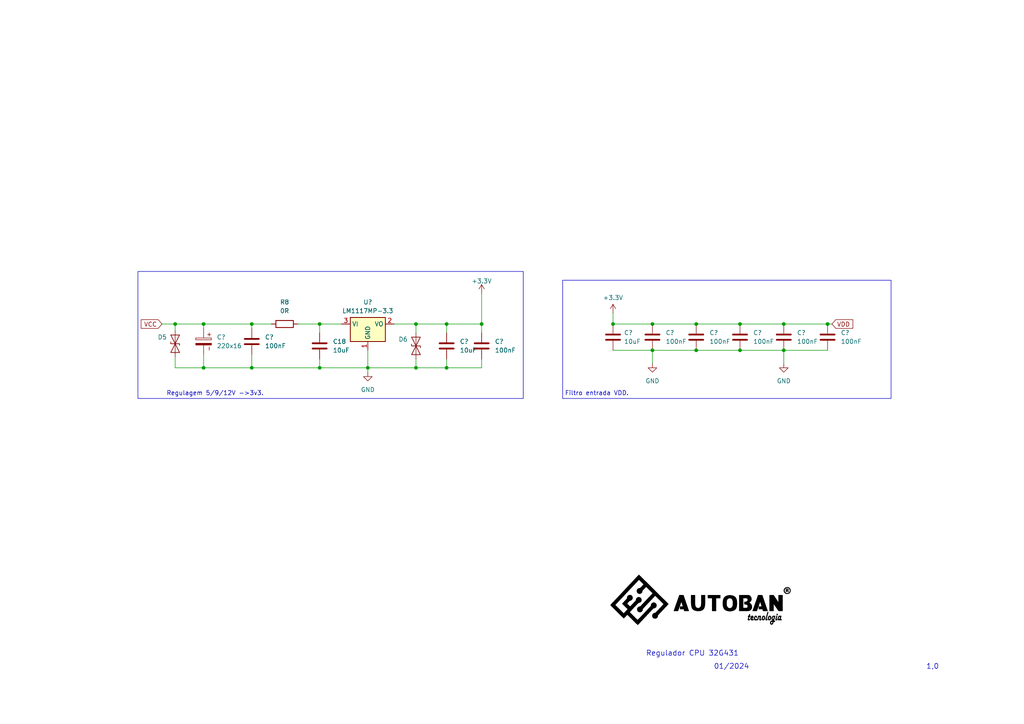
<source format=kicad_sch>
(kicad_sch
	(version 20231120)
	(generator "eeschema")
	(generator_version "8.0")
	(uuid "1c25a59a-fd23-4c2c-a06c-79f45d9cfda7")
	(paper "A4")
	(lib_symbols
		(symbol "Diode:SMAJ6.5CA"
			(pin_numbers hide)
			(pin_names
				(offset 1.016) hide)
			(exclude_from_sim no)
			(in_bom yes)
			(on_board yes)
			(property "Reference" "D"
				(at 0 2.54 0)
				(effects
					(font
						(size 1.27 1.27)
					)
				)
			)
			(property "Value" "SMAJ6.5CA"
				(at 0 -2.54 0)
				(effects
					(font
						(size 1.27 1.27)
					)
				)
			)
			(property "Footprint" "Diode_SMD:D_SMA"
				(at 0 -5.08 0)
				(effects
					(font
						(size 1.27 1.27)
					)
					(hide yes)
				)
			)
			(property "Datasheet" "https://www.littelfuse.com/media?resourcetype=datasheets&itemid=75e32973-b177-4ee3-a0ff-cedaf1abdb93&filename=smaj-datasheet"
				(at 0 0 0)
				(effects
					(font
						(size 1.27 1.27)
					)
					(hide yes)
				)
			)
			(property "Description" "400W bidirectional Transient Voltage Suppressor, 6.5Vr, SMA(DO-214AC)"
				(at 0 0 0)
				(effects
					(font
						(size 1.27 1.27)
					)
					(hide yes)
				)
			)
			(property "ki_keywords" "bidirectional diode TVS voltage suppressor"
				(at 0 0 0)
				(effects
					(font
						(size 1.27 1.27)
					)
					(hide yes)
				)
			)
			(property "ki_fp_filters" "D*SMA*"
				(at 0 0 0)
				(effects
					(font
						(size 1.27 1.27)
					)
					(hide yes)
				)
			)
			(symbol "SMAJ6.5CA_0_1"
				(polyline
					(pts
						(xy 1.27 0) (xy -1.27 0)
					)
					(stroke
						(width 0)
						(type default)
					)
					(fill
						(type none)
					)
				)
				(polyline
					(pts
						(xy -2.54 -1.27) (xy 0 0) (xy -2.54 1.27) (xy -2.54 -1.27)
					)
					(stroke
						(width 0.2032)
						(type default)
					)
					(fill
						(type none)
					)
				)
				(polyline
					(pts
						(xy 0.508 1.27) (xy 0 1.27) (xy 0 -1.27) (xy -0.508 -1.27)
					)
					(stroke
						(width 0.2032)
						(type default)
					)
					(fill
						(type none)
					)
				)
				(polyline
					(pts
						(xy 2.54 1.27) (xy 2.54 -1.27) (xy 0 0) (xy 2.54 1.27)
					)
					(stroke
						(width 0.2032)
						(type default)
					)
					(fill
						(type none)
					)
				)
			)
			(symbol "SMAJ6.5CA_1_1"
				(pin passive line
					(at -3.81 0 0)
					(length 2.54)
					(name "A1"
						(effects
							(font
								(size 1.27 1.27)
							)
						)
					)
					(number "1"
						(effects
							(font
								(size 1.27 1.27)
							)
						)
					)
				)
				(pin passive line
					(at 3.81 0 180)
					(length 2.54)
					(name "A2"
						(effects
							(font
								(size 1.27 1.27)
							)
						)
					)
					(number "2"
						(effects
							(font
								(size 1.27 1.27)
							)
						)
					)
				)
			)
		)
		(symbol "PCM_Capacitor_AKL:C_0805"
			(pin_numbers hide)
			(pin_names
				(offset 0.254)
			)
			(exclude_from_sim no)
			(in_bom yes)
			(on_board yes)
			(property "Reference" "C"
				(at 0.635 2.54 0)
				(effects
					(font
						(size 1.27 1.27)
					)
					(justify left)
				)
			)
			(property "Value" "C_0805"
				(at 0.635 -2.54 0)
				(effects
					(font
						(size 1.27 1.27)
					)
					(justify left)
				)
			)
			(property "Footprint" "Capacitor_SMD_AKL:C_0805_2012Metric"
				(at 0.9652 -3.81 0)
				(effects
					(font
						(size 1.27 1.27)
					)
					(hide yes)
				)
			)
			(property "Datasheet" "~"
				(at 0 0 0)
				(effects
					(font
						(size 1.27 1.27)
					)
					(hide yes)
				)
			)
			(property "Description" "SMD 0805 MLCC capacitor, Alternate KiCad Library"
				(at 0 0 0)
				(effects
					(font
						(size 1.27 1.27)
					)
					(hide yes)
				)
			)
			(property "ki_keywords" "cap capacitor ceramic chip mlcc smd 0805"
				(at 0 0 0)
				(effects
					(font
						(size 1.27 1.27)
					)
					(hide yes)
				)
			)
			(property "ki_fp_filters" "C_*"
				(at 0 0 0)
				(effects
					(font
						(size 1.27 1.27)
					)
					(hide yes)
				)
			)
			(symbol "C_0805_0_1"
				(polyline
					(pts
						(xy -2.032 -0.762) (xy 2.032 -0.762)
					)
					(stroke
						(width 0.508)
						(type default)
					)
					(fill
						(type none)
					)
				)
				(polyline
					(pts
						(xy -2.032 0.762) (xy 2.032 0.762)
					)
					(stroke
						(width 0.508)
						(type default)
					)
					(fill
						(type none)
					)
				)
			)
			(symbol "C_0805_1_1"
				(pin passive line
					(at 0 3.81 270)
					(length 2.794)
					(name "~"
						(effects
							(font
								(size 1.27 1.27)
							)
						)
					)
					(number "1"
						(effects
							(font
								(size 1.27 1.27)
							)
						)
					)
				)
				(pin passive line
					(at 0 -3.81 90)
					(length 2.794)
					(name "~"
						(effects
							(font
								(size 1.27 1.27)
							)
						)
					)
					(number "2"
						(effects
							(font
								(size 1.27 1.27)
							)
						)
					)
				)
			)
		)
		(symbol "PCM_Resistor_AKL:R_0805"
			(pin_numbers hide)
			(pin_names
				(offset 0)
			)
			(exclude_from_sim no)
			(in_bom yes)
			(on_board yes)
			(property "Reference" "R"
				(at 2.54 1.27 0)
				(effects
					(font
						(size 1.27 1.27)
					)
					(justify left)
				)
			)
			(property "Value" "R_0805"
				(at 2.54 -1.27 0)
				(effects
					(font
						(size 1.27 1.27)
					)
					(justify left)
				)
			)
			(property "Footprint" "Resistor_SMD_AKL:R_0805_2012Metric"
				(at 0 -11.43 0)
				(effects
					(font
						(size 1.27 1.27)
					)
					(hide yes)
				)
			)
			(property "Datasheet" "~"
				(at 0 0 0)
				(effects
					(font
						(size 1.27 1.27)
					)
					(hide yes)
				)
			)
			(property "Description" "SMD 0805 Chip Resistor, European Symbol, Alternate KiCad Library"
				(at 0 0 0)
				(effects
					(font
						(size 1.27 1.27)
					)
					(hide yes)
				)
			)
			(property "ki_keywords" "R res resistor eu  smd 0805"
				(at 0 0 0)
				(effects
					(font
						(size 1.27 1.27)
					)
					(hide yes)
				)
			)
			(property "ki_fp_filters" "R_*"
				(at 0 0 0)
				(effects
					(font
						(size 1.27 1.27)
					)
					(hide yes)
				)
			)
			(symbol "R_0805_0_1"
				(rectangle
					(start -1.016 -2.54)
					(end 1.016 2.54)
					(stroke
						(width 0.254)
						(type default)
					)
					(fill
						(type none)
					)
				)
			)
			(symbol "R_0805_1_1"
				(pin passive line
					(at 0 3.81 270)
					(length 1.27)
					(name "~"
						(effects
							(font
								(size 1.27 1.27)
							)
						)
					)
					(number "1"
						(effects
							(font
								(size 1.27 1.27)
							)
						)
					)
				)
				(pin passive line
					(at 0 -3.81 90)
					(length 1.27)
					(name "~"
						(effects
							(font
								(size 1.27 1.27)
							)
						)
					)
					(number "2"
						(effects
							(font
								(size 1.27 1.27)
							)
						)
					)
				)
			)
		)
		(symbol "PCM_SL_Devices:Capacitor_PO"
			(exclude_from_sim no)
			(in_bom yes)
			(on_board yes)
			(property "Reference" "C"
				(at 0 7.62 0)
				(effects
					(font
						(size 1.27 1.27)
					)
				)
			)
			(property "Value" "Capacitor_PO"
				(at 0 5.08 0)
				(effects
					(font
						(size 1.27 1.27)
					)
				)
			)
			(property "Footprint" "Capacitor_THT:CP_Radial_D5.0mm_P2.50mm"
				(at 0.762 -3.81 0)
				(effects
					(font
						(size 1.27 1.27)
					)
					(hide yes)
				)
			)
			(property "Datasheet" ""
				(at 0.508 0 0)
				(effects
					(font
						(size 1.27 1.27)
					)
					(hide yes)
				)
			)
			(property "Description" "Polarized Capacitor"
				(at 0 0 0)
				(effects
					(font
						(size 1.27 1.27)
					)
					(hide yes)
				)
			)
			(property "ki_keywords" "Capacitor"
				(at 0 0 0)
				(effects
					(font
						(size 1.27 1.27)
					)
					(hide yes)
				)
			)
			(property "ki_fp_filters" "Capacitor_THT:CP_Radial_D5.0mm_* Capacitor_THT:CP_Radial_D4.0mm_* Capacitor_THT:CP_Radial_D6.3mm_* Capacitor_THT:CP_Radial_D7.5mm_* Capacitor_THT:CP_Radial_D8.0mm_* Capacitor_THT:CP_Radial_D10.0mm_* Capacitor_THT:CP_Radial_D14.0mm_* Capacitor_THT:CP_Radial_D16.0mm_* Capacitor_THT:CP_Radial_D18.0mm_*"
				(at 0 0 0)
				(effects
					(font
						(size 1.27 1.27)
					)
					(hide yes)
				)
			)
			(symbol "Capacitor_PO_0_0"
				(text "+"
					(at -2.032 1.524 0)
					(effects
						(font
							(size 1.27 1.27)
						)
					)
				)
				(text "-"
					(at 2.032 1.524 0)
					(effects
						(font
							(size 1.27 1.27)
						)
					)
				)
			)
			(symbol "Capacitor_PO_0_1"
				(rectangle
					(start -1.016 -2.286)
					(end -0.508 2.286)
					(stroke
						(width 0)
						(type default)
					)
					(fill
						(type none)
					)
				)
				(rectangle
					(start 0.508 -2.286)
					(end 1.016 2.286)
					(stroke
						(width 0)
						(type default)
					)
					(fill
						(type outline)
					)
				)
			)
			(symbol "Capacitor_PO_1_1"
				(pin passive line
					(at -3.81 0 0)
					(length 2.7)
					(name "~"
						(effects
							(font
								(size 0 0)
							)
						)
					)
					(number "1"
						(effects
							(font
								(size 0 0)
							)
						)
					)
				)
				(pin input line
					(at 3.81 0 180)
					(length 2.7)
					(name "~"
						(effects
							(font
								(size 0 0)
							)
						)
					)
					(number "2"
						(effects
							(font
								(size 0 0)
							)
						)
					)
				)
			)
		)
		(symbol "Regulator_Linear:LM1117MP-3.3"
			(exclude_from_sim no)
			(in_bom yes)
			(on_board yes)
			(property "Reference" "U"
				(at -3.81 3.175 0)
				(effects
					(font
						(size 1.27 1.27)
					)
				)
			)
			(property "Value" "LM1117MP-3.3"
				(at 0 3.175 0)
				(effects
					(font
						(size 1.27 1.27)
					)
					(justify left)
				)
			)
			(property "Footprint" "Package_TO_SOT_SMD:SOT-223-3_TabPin2"
				(at 0 0 0)
				(effects
					(font
						(size 1.27 1.27)
					)
					(hide yes)
				)
			)
			(property "Datasheet" "http://www.ti.com/lit/ds/symlink/lm1117.pdf"
				(at 0 0 0)
				(effects
					(font
						(size 1.27 1.27)
					)
					(hide yes)
				)
			)
			(property "Description" "800mA Low-Dropout Linear Regulator, 3.3V fixed output, SOT-223"
				(at 0 0 0)
				(effects
					(font
						(size 1.27 1.27)
					)
					(hide yes)
				)
			)
			(property "ki_keywords" "linear regulator ldo fixed positive"
				(at 0 0 0)
				(effects
					(font
						(size 1.27 1.27)
					)
					(hide yes)
				)
			)
			(property "ki_fp_filters" "SOT?223*"
				(at 0 0 0)
				(effects
					(font
						(size 1.27 1.27)
					)
					(hide yes)
				)
			)
			(symbol "LM1117MP-3.3_0_1"
				(rectangle
					(start -5.08 -5.08)
					(end 5.08 1.905)
					(stroke
						(width 0.254)
						(type default)
					)
					(fill
						(type background)
					)
				)
			)
			(symbol "LM1117MP-3.3_1_1"
				(pin power_in line
					(at 0 -7.62 90)
					(length 2.54)
					(name "GND"
						(effects
							(font
								(size 1.27 1.27)
							)
						)
					)
					(number "1"
						(effects
							(font
								(size 1.27 1.27)
							)
						)
					)
				)
				(pin power_out line
					(at 7.62 0 180)
					(length 2.54)
					(name "VO"
						(effects
							(font
								(size 1.27 1.27)
							)
						)
					)
					(number "2"
						(effects
							(font
								(size 1.27 1.27)
							)
						)
					)
				)
				(pin power_in line
					(at -7.62 0 0)
					(length 2.54)
					(name "VI"
						(effects
							(font
								(size 1.27 1.27)
							)
						)
					)
					(number "3"
						(effects
							(font
								(size 1.27 1.27)
							)
						)
					)
				)
			)
		)
		(symbol "power:+3.3V"
			(power)
			(pin_names
				(offset 0)
			)
			(exclude_from_sim no)
			(in_bom yes)
			(on_board yes)
			(property "Reference" "#PWR"
				(at 0 -3.81 0)
				(effects
					(font
						(size 1.27 1.27)
					)
					(hide yes)
				)
			)
			(property "Value" "+3.3V"
				(at 0 3.556 0)
				(effects
					(font
						(size 1.27 1.27)
					)
				)
			)
			(property "Footprint" ""
				(at 0 0 0)
				(effects
					(font
						(size 1.27 1.27)
					)
					(hide yes)
				)
			)
			(property "Datasheet" ""
				(at 0 0 0)
				(effects
					(font
						(size 1.27 1.27)
					)
					(hide yes)
				)
			)
			(property "Description" "Power symbol creates a global label with name \"+3.3V\""
				(at 0 0 0)
				(effects
					(font
						(size 1.27 1.27)
					)
					(hide yes)
				)
			)
			(property "ki_keywords" "global power"
				(at 0 0 0)
				(effects
					(font
						(size 1.27 1.27)
					)
					(hide yes)
				)
			)
			(symbol "+3.3V_0_1"
				(polyline
					(pts
						(xy -0.762 1.27) (xy 0 2.54)
					)
					(stroke
						(width 0)
						(type default)
					)
					(fill
						(type none)
					)
				)
				(polyline
					(pts
						(xy 0 0) (xy 0 2.54)
					)
					(stroke
						(width 0)
						(type default)
					)
					(fill
						(type none)
					)
				)
				(polyline
					(pts
						(xy 0 2.54) (xy 0.762 1.27)
					)
					(stroke
						(width 0)
						(type default)
					)
					(fill
						(type none)
					)
				)
			)
			(symbol "+3.3V_1_1"
				(pin power_in line
					(at 0 0 90)
					(length 0) hide
					(name "+3.3V"
						(effects
							(font
								(size 1.27 1.27)
							)
						)
					)
					(number "1"
						(effects
							(font
								(size 1.27 1.27)
							)
						)
					)
				)
			)
		)
		(symbol "power:GND"
			(power)
			(pin_names
				(offset 0)
			)
			(exclude_from_sim no)
			(in_bom yes)
			(on_board yes)
			(property "Reference" "#PWR"
				(at 0 -6.35 0)
				(effects
					(font
						(size 1.27 1.27)
					)
					(hide yes)
				)
			)
			(property "Value" "GND"
				(at 0 -3.81 0)
				(effects
					(font
						(size 1.27 1.27)
					)
				)
			)
			(property "Footprint" ""
				(at 0 0 0)
				(effects
					(font
						(size 1.27 1.27)
					)
					(hide yes)
				)
			)
			(property "Datasheet" ""
				(at 0 0 0)
				(effects
					(font
						(size 1.27 1.27)
					)
					(hide yes)
				)
			)
			(property "Description" "Power symbol creates a global label with name \"GND\" , ground"
				(at 0 0 0)
				(effects
					(font
						(size 1.27 1.27)
					)
					(hide yes)
				)
			)
			(property "ki_keywords" "global power"
				(at 0 0 0)
				(effects
					(font
						(size 1.27 1.27)
					)
					(hide yes)
				)
			)
			(symbol "GND_0_1"
				(polyline
					(pts
						(xy 0 0) (xy 0 -1.27) (xy 1.27 -1.27) (xy 0 -2.54) (xy -1.27 -1.27) (xy 0 -1.27)
					)
					(stroke
						(width 0)
						(type default)
					)
					(fill
						(type none)
					)
				)
			)
			(symbol "GND_1_1"
				(pin power_in line
					(at 0 0 270)
					(length 0) hide
					(name "GND"
						(effects
							(font
								(size 1.27 1.27)
							)
						)
					)
					(number "1"
						(effects
							(font
								(size 1.27 1.27)
							)
						)
					)
				)
			)
		)
	)
	(junction
		(at 214.63 93.98)
		(diameter 0)
		(color 0 0 0 0)
		(uuid "1793bc91-88b1-4ef3-ac77-e9af8a0e4cac")
	)
	(junction
		(at 189.23 93.98)
		(diameter 0)
		(color 0 0 0 0)
		(uuid "1c6b334c-448d-44fa-9a07-c0a077c51635")
	)
	(junction
		(at 120.65 106.68)
		(diameter 0)
		(color 0 0 0 0)
		(uuid "435433fc-2e1e-4ff1-b671-e6fdcdb98210")
	)
	(junction
		(at 214.63 101.6)
		(diameter 0)
		(color 0 0 0 0)
		(uuid "4ddfc3bf-3592-4392-826f-a61ef556de98")
	)
	(junction
		(at 240.03 93.98)
		(diameter 0)
		(color 0 0 0 0)
		(uuid "4e388ead-7a2d-44b4-b0e7-7f1923059563")
	)
	(junction
		(at 201.93 101.6)
		(diameter 0)
		(color 0 0 0 0)
		(uuid "5470cbe6-d0fd-4d36-b59c-8e0ecbe38c5d")
	)
	(junction
		(at 189.23 101.6)
		(diameter 0)
		(color 0 0 0 0)
		(uuid "57f8ed3a-59a8-4161-8508-ccefbf7b69b6")
	)
	(junction
		(at 177.8 93.98)
		(diameter 0)
		(color 0 0 0 0)
		(uuid "58d3461d-c5ab-41cb-bc0f-5ca05dff7eb0")
	)
	(junction
		(at 120.65 93.98)
		(diameter 0)
		(color 0 0 0 0)
		(uuid "5addc90e-95c4-4755-92d0-ec5800e69956")
	)
	(junction
		(at 59.055 106.68)
		(diameter 0)
		(color 0 0 0 0)
		(uuid "5c871f8c-7cf6-4db5-a519-c79b68dc0646")
	)
	(junction
		(at 227.33 93.98)
		(diameter 0)
		(color 0 0 0 0)
		(uuid "6558be0d-ffe0-457c-ac8a-34c2adb7f206")
	)
	(junction
		(at 73.025 106.68)
		(diameter 0)
		(color 0 0 0 0)
		(uuid "74eacd2e-b755-4bf5-ad52-03a1d8093f95")
	)
	(junction
		(at 50.8 93.98)
		(diameter 0)
		(color 0 0 0 0)
		(uuid "7565ba1d-0e84-4de0-8bb1-e7c017a670b7")
	)
	(junction
		(at 92.71 106.68)
		(diameter 0)
		(color 0 0 0 0)
		(uuid "83016dab-f878-47e5-aa18-f852b68ddfdd")
	)
	(junction
		(at 227.33 101.6)
		(diameter 0)
		(color 0 0 0 0)
		(uuid "971cc7ee-4923-4dd6-b048-f92a8617393c")
	)
	(junction
		(at 106.68 106.68)
		(diameter 0)
		(color 0 0 0 0)
		(uuid "a96abc6e-8150-4b4e-a6ff-bf3468d0ca04")
	)
	(junction
		(at 139.7 93.98)
		(diameter 0)
		(color 0 0 0 0)
		(uuid "af73c1d0-6eb9-45cb-810e-1f712fde3661")
	)
	(junction
		(at 129.54 106.68)
		(diameter 0)
		(color 0 0 0 0)
		(uuid "af8e8938-2a07-4722-ad63-a8277ba86744")
	)
	(junction
		(at 59.055 93.98)
		(diameter 0)
		(color 0 0 0 0)
		(uuid "c1606110-3db3-4f54-ba63-effe2cb22612")
	)
	(junction
		(at 201.93 93.98)
		(diameter 0)
		(color 0 0 0 0)
		(uuid "c41b2ed5-5049-405e-92c8-882f42da989c")
	)
	(junction
		(at 129.54 93.98)
		(diameter 0)
		(color 0 0 0 0)
		(uuid "d0b5cafc-5aaa-45c3-be97-5943fa2d7c94")
	)
	(junction
		(at 92.71 93.98)
		(diameter 0)
		(color 0 0 0 0)
		(uuid "dbd164cf-fa66-4588-bb4a-a1b43b50a714")
	)
	(junction
		(at 73.025 93.98)
		(diameter 0)
		(color 0 0 0 0)
		(uuid "f7c1adc5-21e4-4805-8e3e-453311f82b42")
	)
	(wire
		(pts
			(xy 241.3 93.98) (xy 240.03 93.98)
		)
		(stroke
			(width 0)
			(type default)
		)
		(uuid "01fb1834-b6f1-4167-a729-470a5279f4dd")
	)
	(wire
		(pts
			(xy 73.025 102.87) (xy 73.025 106.68)
		)
		(stroke
			(width 0)
			(type default)
		)
		(uuid "06072289-afda-4f2f-b770-fd448d789c29")
	)
	(wire
		(pts
			(xy 59.055 93.98) (xy 73.025 93.98)
		)
		(stroke
			(width 0)
			(type default)
		)
		(uuid "0935dd13-872d-4cb9-a434-b28c7a6a34f5")
	)
	(wire
		(pts
			(xy 73.025 95.25) (xy 73.025 93.98)
		)
		(stroke
			(width 0)
			(type default)
		)
		(uuid "0a25a932-e1b5-4b34-81ae-a467713fef1c")
	)
	(wire
		(pts
			(xy 189.23 101.6) (xy 189.23 105.41)
		)
		(stroke
			(width 0)
			(type default)
		)
		(uuid "0c980938-3973-40e7-9f25-e2ba2040aff6")
	)
	(wire
		(pts
			(xy 129.54 93.98) (xy 120.65 93.98)
		)
		(stroke
			(width 0)
			(type default)
		)
		(uuid "1768215b-68c3-4998-9ccd-0d9a1edf975b")
	)
	(wire
		(pts
			(xy 92.71 93.98) (xy 92.71 96.52)
		)
		(stroke
			(width 0)
			(type default)
		)
		(uuid "27c0380b-2feb-4151-84cd-ac1f79020043")
	)
	(wire
		(pts
			(xy 120.65 106.68) (xy 129.54 106.68)
		)
		(stroke
			(width 0)
			(type default)
		)
		(uuid "29575813-ee29-475b-aa28-dc349b745a30")
	)
	(wire
		(pts
			(xy 59.055 106.68) (xy 73.025 106.68)
		)
		(stroke
			(width 0)
			(type default)
		)
		(uuid "2ac74267-c1ab-47be-a13f-ffd7508d8145")
	)
	(wire
		(pts
			(xy 139.7 85.09) (xy 139.7 93.98)
		)
		(stroke
			(width 0)
			(type default)
		)
		(uuid "2e9eb5c8-b8f7-4a1c-a162-399289f3a42c")
	)
	(wire
		(pts
			(xy 73.025 106.68) (xy 92.71 106.68)
		)
		(stroke
			(width 0)
			(type default)
		)
		(uuid "32996600-f02b-45e6-9462-3f894ce2ed51")
	)
	(wire
		(pts
			(xy 106.68 106.68) (xy 120.65 106.68)
		)
		(stroke
			(width 0)
			(type default)
		)
		(uuid "380a4957-a0a3-4b70-bb87-bf2480c759c5")
	)
	(wire
		(pts
			(xy 106.68 106.68) (xy 106.68 107.95)
		)
		(stroke
			(width 0)
			(type default)
		)
		(uuid "38be289f-e02c-4927-9d85-8ddbb144fdd9")
	)
	(wire
		(pts
			(xy 177.8 93.98) (xy 189.23 93.98)
		)
		(stroke
			(width 0)
			(type default)
		)
		(uuid "40b227b1-2d8d-46c7-84d0-f1f2140008fe")
	)
	(wire
		(pts
			(xy 129.54 93.98) (xy 129.54 96.52)
		)
		(stroke
			(width 0)
			(type default)
		)
		(uuid "4188fbcb-d9a5-483f-930b-2c87ba76c48a")
	)
	(wire
		(pts
			(xy 73.025 93.98) (xy 78.74 93.98)
		)
		(stroke
			(width 0)
			(type default)
		)
		(uuid "51cd5d2d-35ef-4735-b1b7-7a1986b82c13")
	)
	(wire
		(pts
			(xy 227.33 93.98) (xy 240.03 93.98)
		)
		(stroke
			(width 0)
			(type default)
		)
		(uuid "571a1655-2030-4571-88de-f64d8e298e62")
	)
	(wire
		(pts
			(xy 120.65 93.98) (xy 114.3 93.98)
		)
		(stroke
			(width 0)
			(type default)
		)
		(uuid "5afca8e2-2f36-4fae-b227-6f887c039d01")
	)
	(wire
		(pts
			(xy 189.23 93.98) (xy 201.93 93.98)
		)
		(stroke
			(width 0)
			(type default)
		)
		(uuid "5be4d1af-c6a1-4f44-858a-1a3cdb20a08d")
	)
	(wire
		(pts
			(xy 120.65 93.98) (xy 120.65 96.52)
		)
		(stroke
			(width 0)
			(type default)
		)
		(uuid "5c2d7982-ffe2-4acb-907d-cd2feb41113b")
	)
	(wire
		(pts
			(xy 177.8 101.6) (xy 189.23 101.6)
		)
		(stroke
			(width 0)
			(type default)
		)
		(uuid "5f7356a8-a915-4ee8-8807-ac602100afe7")
	)
	(wire
		(pts
			(xy 227.33 101.6) (xy 240.03 101.6)
		)
		(stroke
			(width 0)
			(type default)
		)
		(uuid "6f8f067d-e83d-4f3d-a02c-51f8686c2e54")
	)
	(wire
		(pts
			(xy 120.65 104.14) (xy 120.65 106.68)
		)
		(stroke
			(width 0)
			(type default)
		)
		(uuid "70e38e07-ee88-4732-aa23-cf863149d762")
	)
	(wire
		(pts
			(xy 129.54 106.68) (xy 139.7 106.68)
		)
		(stroke
			(width 0)
			(type default)
		)
		(uuid "78168834-1cfb-44d3-87ee-2614288e7450")
	)
	(wire
		(pts
			(xy 50.8 103.505) (xy 50.8 106.68)
		)
		(stroke
			(width 0)
			(type default)
		)
		(uuid "9e5b3c17-aaf0-4471-8bbe-a47e95256bb6")
	)
	(wire
		(pts
			(xy 92.71 104.14) (xy 92.71 106.68)
		)
		(stroke
			(width 0)
			(type default)
		)
		(uuid "9e7e9bef-2e74-4307-b9cb-976671f57af2")
	)
	(wire
		(pts
			(xy 92.71 93.98) (xy 99.06 93.98)
		)
		(stroke
			(width 0)
			(type default)
		)
		(uuid "a5cb0b01-4dd8-4206-9eeb-c998ef6a7211")
	)
	(wire
		(pts
			(xy 46.99 93.98) (xy 50.8 93.98)
		)
		(stroke
			(width 0)
			(type default)
		)
		(uuid "a83ddea0-5481-4e47-b9a9-e2247091b5fc")
	)
	(wire
		(pts
			(xy 201.93 93.98) (xy 214.63 93.98)
		)
		(stroke
			(width 0)
			(type default)
		)
		(uuid "b20ed20e-125c-43c4-9647-efb97aedf327")
	)
	(wire
		(pts
			(xy 86.36 93.98) (xy 92.71 93.98)
		)
		(stroke
			(width 0)
			(type default)
		)
		(uuid "b8b62e3d-180f-4495-9f69-1d4ca930c09c")
	)
	(wire
		(pts
			(xy 59.055 95.25) (xy 59.055 93.98)
		)
		(stroke
			(width 0)
			(type default)
		)
		(uuid "b8d00837-f518-461b-8a37-b26fdebab792")
	)
	(wire
		(pts
			(xy 129.54 104.14) (xy 129.54 106.68)
		)
		(stroke
			(width 0)
			(type default)
		)
		(uuid "bb5d90f7-ffab-46fb-bfb4-373b4540b701")
	)
	(wire
		(pts
			(xy 129.54 93.98) (xy 139.7 93.98)
		)
		(stroke
			(width 0)
			(type default)
		)
		(uuid "be0e7e3e-8505-4cb2-806a-11179680a1aa")
	)
	(wire
		(pts
			(xy 189.23 101.6) (xy 201.93 101.6)
		)
		(stroke
			(width 0)
			(type default)
		)
		(uuid "bf6d6568-3b30-4559-bee4-2958033d121f")
	)
	(wire
		(pts
			(xy 214.63 93.98) (xy 227.33 93.98)
		)
		(stroke
			(width 0)
			(type default)
		)
		(uuid "c14660ff-07a6-4980-90e8-85baaa597bf2")
	)
	(wire
		(pts
			(xy 50.8 93.98) (xy 59.055 93.98)
		)
		(stroke
			(width 0)
			(type default)
		)
		(uuid "c329aa69-125c-47a5-aaaa-50d52d67060a")
	)
	(wire
		(pts
			(xy 139.7 93.98) (xy 139.7 96.52)
		)
		(stroke
			(width 0)
			(type default)
		)
		(uuid "c434b9c0-3970-428f-a51d-91f578a84e81")
	)
	(wire
		(pts
			(xy 106.68 101.6) (xy 106.68 106.68)
		)
		(stroke
			(width 0)
			(type default)
		)
		(uuid "c7381b46-2f79-49e5-b903-b6bbf958bfd2")
	)
	(wire
		(pts
			(xy 201.93 101.6) (xy 214.63 101.6)
		)
		(stroke
			(width 0)
			(type default)
		)
		(uuid "c782f84b-5c5b-486b-bbb2-742784c561d3")
	)
	(wire
		(pts
			(xy 50.8 93.98) (xy 50.8 95.885)
		)
		(stroke
			(width 0)
			(type default)
		)
		(uuid "c830f45e-ab9e-4854-9a5d-b451ae664bf4")
	)
	(wire
		(pts
			(xy 177.8 90.805) (xy 177.8 93.98)
		)
		(stroke
			(width 0)
			(type default)
		)
		(uuid "c9d8ac8a-b8d4-4307-978f-9dac2f17b766")
	)
	(wire
		(pts
			(xy 92.71 106.68) (xy 106.68 106.68)
		)
		(stroke
			(width 0)
			(type default)
		)
		(uuid "ca9d455a-c5b3-4e59-bc61-c65ea9be3aec")
	)
	(wire
		(pts
			(xy 139.7 104.14) (xy 139.7 106.68)
		)
		(stroke
			(width 0)
			(type default)
		)
		(uuid "cb8e4fc6-6881-48eb-ab9e-53441119ce8b")
	)
	(wire
		(pts
			(xy 59.055 102.87) (xy 59.055 106.68)
		)
		(stroke
			(width 0)
			(type default)
		)
		(uuid "cd52f55c-ea5d-44bc-b3d7-0366f808f6b4")
	)
	(wire
		(pts
			(xy 50.8 106.68) (xy 59.055 106.68)
		)
		(stroke
			(width 0)
			(type default)
		)
		(uuid "cdc13bdb-149c-409c-8621-358a6417b438")
	)
	(wire
		(pts
			(xy 227.33 101.6) (xy 227.33 105.41)
		)
		(stroke
			(width 0)
			(type default)
		)
		(uuid "dab728b4-100e-42d8-98f7-ef4b537f3d53")
	)
	(wire
		(pts
			(xy 214.63 101.6) (xy 227.33 101.6)
		)
		(stroke
			(width 0)
			(type default)
		)
		(uuid "f16e6d76-a57b-4147-9816-7feb90b2bd51")
	)
	(rectangle
		(start 40.005 78.74)
		(end 151.765 115.57)
		(stroke
			(width 0)
			(type default)
		)
		(fill
			(type none)
		)
		(uuid 39d7cb71-7be2-4084-815c-c1e084bf4669)
	)
	(rectangle
		(start 163.195 81.28)
		(end 258.445 115.57)
		(stroke
			(width 0)
			(type default)
		)
		(fill
			(type none)
		)
		(uuid 56d85b93-8439-46f3-aff0-ef29677c5951)
	)
	(image
		(at 203.2 173.99)
		(scale 0.142004)
		(uuid "02111043-29f1-4dfc-b016-739af67a3b6f")
		(data "iVBORw0KGgoAAAANSUhEUgAABWAAAAGGCAMAAADCe9hjAAAAA3NCSVQICAjb4U/gAAAABlBMVEX/"
			"//8AAABVwtN+AAAACXBIWXMAAA50AAAOdAFrJLPWAAAgAElEQVR4nO2d25bkRq5DXf//07PaM2NX"
			"6hIBkmBISu39Vp0KAGQq4Ha755y//gIAAAAAAAAAAAAASPDz83N1BACA7+SHhgUAaOHnh4YFAOjg"
			"54eGBQDo4OeHhgUA6ODnh4YFAOjg54eGBQDo4OeHhgUA6GDbrzQsAICHfb/SsAAADo76lYYFAKhz"
			"3K80LABAlbN+pWEBAGqc9ysNCwBQYlSwNCwAQJ5hv9KwAABpJv1KwwIAJJn2Kw0LAJBC6FcaFgAg"
			"gdSvNCwAQBixX2lYAIAgcr/SsAAAIQL9SsMCAAQI9SsNCwAgE+xXGhYAQCTcrzQsAIBEol9pWAAA"
			"gVS/0rAAAHOSBUvDAgBMyPYrDQsAMCbfrzQsAMCISr/SsAAA59T6lYYFADij2q80LADAMfV+pWEB"
			"AI5w9CsNCwCwx9OvNCwAwBZXv9KwAACf+PqVhgUA+I2zX2lYAIB/UYuThgUAiKHXJg0LABAhUpo0"
			"LACATqwyaVgAAJVoYdKwAAAi4bqkYQEAJBJlScMCAAikqpKGBQCYkixKGhYAYEK6JmlYAIAhhZZU"
			"G5aKBYBXUqpIChYA4JRiQ6oNS8UCwOso1yMNCwBwiKEcaVgAgAMs1UjDAgDsMBUjDQsAsMFWizQs"
			"AMAHxlKkYQEAfmGtRBoWAOAfzIVIwwIA/A97HdKwAAD/xV+GNCwAwB86qpCGBQDo6VcaFgCgq19p"
			"WACAvhKkYQHg3XRWIA0LAG+mtwBpWAB4L931R8MCwFvpbz8aFgDeyYruo2EB4I2saT4aFgDex6re"
			"o2EB4G3crl9pWAD4Em7YrzQsAHwFt+xXGhYAvoCb9isNCwDPZ1XbhQuWhgWAh3PffqVhAeDZ3Llf"
			"aVgAeDL37lcaFgCey937lYYFgKeyrOPyBUvDAsAjeUK/0rAA8ESe0a80LAA8j6f0Kw0LAE/jOf1K"
			"wwLAs3hSv9KwAPAkntWvNCwAPIen9SsNCwBPYVmp2fqVhgWAZ/DEfqVhAeAJPLNfaVgAeACL6kzv"
			"TRoWAEY8qAZu16/8/5oFgFOe1QSLqizWmbGnAeAlPK0KFhVZtDGjzwPAC3haFyyqsXhfxk8AwHfz"
			"uDJYVGKZtsycAYCv5XllsKjCcl2ZOwUAX8nzymBJgak9uTfKngOAr+Ps0t+3DJrrS+3Hc6P8SQD4"
			"KkYX/p5l0FpeajeOjSpnAeBr0JtidbIzWqtLbcaZUe00AHwFkaZYm+yMzuJSa1Ewqp4HgOcjXPR7"
			"lUFnbcmtqhjVFQDg2Xxc87Obf6cu6CwttRJFI4cGADyXj1t+fvXv0wWdlaUWomzkUQGAh/Jxx8/v"
			"/m2qoLOx1DoM+Lh0AOCBfN7wwd2/SRV09pVahiEfnxIAPI3P+z26+vdogsa2Uqsw6OPUAoBH8Xm9"
			"R1f/Fk3Q2VVqE0Z9vGoA8Bg2t/vjp5PPriyCzqZSezDu49YDgGewudufPw4/vILWnlJrMOHjVwSA"
			"B7C52p8/Dj+8gNaWUksw5dOhCQA3Z3uzP388+fCqGujtKLUDcz49qgBwZ7b3+vPn8aeraW4otQKT"
			"Pl26AHBbttf64+fdnb+0BJr7SS3AtE+fMgDck+2tHl/5Kzugu53U/sv7dGoDwA3ZXurxhb+wAtq7"
			"Sa2/gk+vOgDcje2dHt/26xqgv5nU9qsYNcsDwL3YXunxXb+sABb0klp+JaN2AwC4EdsbPb7rV93/"
			"Fa2kdl/Nqd8BAG7D9kKPL/tF139JJ6nVV7RaYAEAN2F7n3/9fHDXr7n9axpJbb6q1woPALgF2/v8"
			"+8fdXb/m8i8qJLX4ylZrXADgBmyu88eP26t+zdVfVEdq79W9FtkAwOVsbvPHj9urfsnNX1VGau0Z"
			"zFb5AMDFbG7zx0/bm37FxV9XRWrtLfzdsmEqALiQzWXWf1ocr7+I1NZb+dvluhMAXMmoRD8v+gW3"
			"fmUNqaVn8VtoBQDXMSrRj88uuPRrS2hp6S01A4CrOGzRzWfbxxYnW1NBaztvrRsAXIN4ldff+OUF"
			"tNaQhgV4A9JVfkG/fvfvmAHgEpSr/IZ+1TwX29GwAA9nepcvuOzXVM9iRxoW4AVM7vJr+nVuu9qP"
			"hgV4PqPLfMVFv6x2VjvSsAAv4Ow6X3PNLyyd1Y40LMALuNMlv7Zy1jpqsy5cPgA0cJ8rfnXjrDQU"
			"Z125fgBo4Db3+/q+WeYX6FcaFuDZ3ONy36JtFtmFCpaGBXg2N7jad+maFW6xfqVhAZ7O1df6Zk2z"
			"/E8ibjI3AHRx4Y1+U8/E+/VbJgeAK3hTy2T69VtmB4D1vKljcv36LdMDwGre1DDZfv2W+QFgLW/q"
			"l3y/fssGAGAlb2qXSr9+yw4AYB2ubnlCDdX69dajAcANsTTLQ4qo2q/3HKwttVU2riV+JWmSW+nh"
			"ZmP1uDhU18zvQ/rO1P+3jDee8w/arI/6+v7QFtoqG9cSv5E0ya2ch3PrXTOZFucy1QXDO5G+r3Hm"
			"Zwz6l+sdvnqKPW2ZrbJxLfELSZPcSs//caabzKan6ZE1aGSCtSEschb5KaPaXuGr59jSl9mqGteS"
			"vo0CDRvJS99guFiaq2SbJ/ciDDyL/G2zFtdxAX2RrapxLenLKOBeR0n++vGCaa6SbZ3bjDDvLPHX"
			"DVtdyHr6EltV41rSd1HAuouqgXu4oH0iTJNuWSORqwtpj5V+vdG02qwiVw/zm8bEVtG4ljZZHuMm"
			"6h7GueLmqTAX6fZNbUcat9avtxlXnFV77DZT/aExsFU0rqVNlse2B4eLaaaUdy5Ll3BVIzNxC/U1"
			"Ova1Bn1W7cl7TPU3jXmtonEtbbI8pi14fAzzZK2zWbqEixq5mf0YhjWsaw2BWbVH7zHWHzrzWjXj"
			"WupoWTxLMDk5bHLO6SzXCPeM7GfFqHcZOJbzMWP9jZiWgs3FX2ZlMko4p6O0Kdc0EhM34FihY10r"
			"CMYUx7p+rr/pTGvVjGupo2UxbMBn5nMKGheitCmXNOIDN+BYoLqtqycOh3zIXH8jfwkdv5VxipVm"
			"y1FfgNHNaRXxrUS5RLlhYD+W/Tm2tYBMxkcM9jfyl0DBhuMvtTObyb6VJFHl1xSsZX3ysq6dOBfx"
			"CZNFguayWiXjWvpsOYrTe/3sbqJvKUlQ2fK22kP58SxPX1b4f9GSHy2b0nZuMYEvoeHfFZ1ixeEy"
			"1IY3GzbYKba1JEFli7Q9lB3T7hzLGinWhoyFtJ5cSeBLoGBD8Vc7tvjNbWtBQsIx7bxGNJQb1+oc"
			"yxrLVSettaRxtj7EkMmkVsW4VmS4DKXZ3ZY9fjPXapCQsud1dWdy41qcY1dTtSWznrnYhutDjJhN"
			"ahWMa8Wmi1MZ3e7ZZTg0LQcJKXu03ZnM2PZmWJUi1j9r+Z2vRCwiJswGtQrGtWLTxSlM7vdscxy6"
			"VnMEhMPiWY1gJi++tRlWJWl1z2q4ZvmIRcR86ZxWwbhWcLww+cEbTBstGws2+E45tM2RvBi3Vt+U"
			"KHXlrJ752hDjpXNa9eJa0fGi5AdvcO20fGjBJv/bSCySFefSyouSlVqH9UyZjFhFTJeOadWLa0XH"
			"i5Keu8O11VP/pvqUE+o5jVAiK9aVlRelCzUO6xozFbGKmC2f0qoX1wrPF8S2V4ftFZ6OGLJyRj2l"
			"EUpkxbqx6p4COpfOahixCzFaPqVVLq4Vny+Gb68G2ys8HTFkZZe6N5ET78KKawrJXDprfcYuxGT5"
			"kFY5//7M06qye4/QieS/+dbitswek07JZzQigZyY11VcU1OqDtX6kD2IuQoZrXL+9ZmnVWWP9eVT"
			"7oLVvN2zh5WT8gmNSCAj5m0VtxSUecSswZBlxFiFjFY1//a8w8qyp+LawZNgpWFyloUJwspp/bhG"
			"JJAP87JqO4rrXDnrXRtW3V0+olXNvzzvsKrqSFo621CwrtYR82eks/pdo5oxr6q4o7jOhbNGcoZE"
			"i8i7ywdcucNYMn88WXUoLBw+EagNU4iciJ+RTus3jerFvKnahjJC9ll7/oZ0TLSGvLt8wpViIa2G"
			"eKroTFc431Cwnl1I2XPSBYOoRiCPC/OiagvKCbnDyXrBqFHdPIHlZfOtFAtpNcRTRctVdyLR7Gqa"
			"Pa+dN4hq6HFcmNdU209SyRxOHjacNa6cI7C7dLyVYiGthniq6FR1KnAs0mzrmb2gXTAIauhxTJi3"
			"VFtPVsobTh42ETaj3RinEs86qn9t1niipiA6lThUqfoadqEEz2qXHGIaehwP5iWVlpPXsoaTh02l"
			"zal3pamks07q35o1nqipiE41vqxg+8rjSN+XxoN5RcY/IPAXrFOrEDer35GlFM46qH9p1nhGzZnG"
			"oU7VeFHutHjJIaQhp7Fg3pC1X90Fa5Sq5c072KOUwlnn9O/MGk+TtP2D3j5MPbaQuqBes4hoyGkc"
			"XLwho9r6WQuBKx7WILVs1jH9K7PGc0rOVI6Eqs713ELqinzJIqKhhnFg3o+5Xy8pWHnWUuKaiy9H"
			"LZt1Sv/GrPGskjMZCjbvYAtjwLyeK/t1HtI8azFz1ccUoxbNOqR/YdZ41pCzZAdS1WHKwYXMFfmq"
			"h66hhqlj3o67X72/gTXPWg5ddzKEKCazzujflzWeN+Qs2uKC9UQuGtQ8dA0xSx3vbqLbMQt6tORZ"
			"DakdXtUMxWTWEf3rssbzKs6EKNi0hStLGe9q3P9CbxY0z2rJ7XErRSgGs07o35Y1njfjLJq9YMu5"
			"54mrDlUTVUPMUsa6Gf/fWbX+htg8qym5yy8doJrLOqB/WdZ45oyzbF9WsC13/tjCFKWMcy+y3EV/"
			"oGuOZsvuc8z5V3NZ5/PvyhrPnHGWzVuwhtjTwAYPy2+TTVGqONciy1n/HUoXdmfzpXd6Juyrsazj"
			"+VdljWfOOMt2t4Kd5q3Ec7nkNtuCcyuyXF+/DpXd2Zz5va5B83Iq63T+TVnjCYrObM6CdaxhmreQ"
			"z+aS22wHxp3oci/q12sbNrq9dCrrcP5FWeMJiq3h8sM4tjBzn7PERtKQktTQ0xrlGvu18I/vcDb3"
			"DH5nCrYjnqBoDbdVyw4T9Umq3MTGNnAJOatT7mX9emHDhteXzmQdzb8mazxB0RrOUrBTk0V/OKoa"
			"OUwsQUrIUW+tp2mXBQrU0/f61jNZJ/NvyRpPULSGKxfs1CCQWdOqOzlcLEEqqEHvradplwVK1PO3"
			"2tYjWQfzL8kazx1xFi5ZsFPZVOSgatrKYuMIUkCNeW89TbssUKQ+QaOpIZF1Lv+OrPHcEWfhVhSs"
			"L6zJzeHiyFFATHlzPU27LFCmPkOfpyGRdSz/iqzx3BFn4RYUrC+ry85jVM+Rx53BPZJzXe5ZM9Sn"
			"aHC0/bcP61T+DVnjuSPOwvUXrDGr9E55jOroc8dxR3BP5NyWe9Yc9Tn8hspDFi9n8IZVuAWt4boL"
			"1prV9Q9tOX2FyORB3AncA1l3ZQmXmSI3U1Y/4Wf76zvWmfz7scZzR5yFay5Ya1Ttr0d9f8G6A9jn"
			"cW7KES4/SWKonHrCTX6qbOZM3rALt6A1XG/BeqNSsJH0Zj1/QEnYoFEbJj5WSjxhpj3mMHMmb9iF"
			"W9Aa7lG/gxWdDU4GIqN71xSzt0/jXFFdpz5PeLCMdsIr8FjRzJm8YRduQWu49v/I5UtKwQayX6Zn"
			"raGykmOg8GgZ6bhT6LmamzN6wzLcgtZw9/lbBKqUwTGQPo86dwy3uX0Yp2BZyjNSeLj6dy97WLJY"
			"x/GvxhrPHXEWrr9g1cCqjsEwlD6L/h1FMHvbZ3EKlqVcQ/WMV/QJPlhxc0ZvWIZb0BpuKyc+PZeN"
			"JpZlDH6x9ElCX5OK2do+ilOwLOUbq2fAkkv4yYKdM3t8GRSsgCOo752Kpk8R+ppEzM72SZyCZSnn"
			"YD0jVkzCTxbsnNnjy6BgFeo5fxKP5s3qhL4mDbexexKnXlnKOlnTkHmPSJyynzN7dBXCiG5Ba7hV"
			"BWvovMSjebM6oa9Jwu5rHsWpVpdyTtY2Ztoh9WzW0Bk+ugthRLegNdyygp3EjgisMKsT+poUGmyt"
			"s6zX6lVYMmjWIPVs1tAZProLYUS3oDXcuoKtXofkw0m3OqGvSaDF1jiMM59ByxlnpbamHwtTNXSG"
			"D65CmdAtaA234q9pCblDx4tezyzYJlfbNM58Bi3bXN2z5uTTT6ccnemDu1AmdAtawy0s2OJ/kQg9"
			"PF5SKn2U0Nc0pc3UNI4zn0NLHavjwueVZf300ylHZ/joMjoknXqzcCsL9jx58GzFSluK4FBKEKXR"
			"0zKPM9/CPGqktlmTBtE8RUdj+OAqpAHdgtZwyYKV5bXkwbMVK20pgkMpQZBWS8NAznwWLXUm/+1M"
			"60YMSs8nLH3po8swp/NnnIUrFqzmMY0ePFmxEpeiWOQDBGl2LE/kzOfRUkdSU/XMmnYoPZ+w9KWP"
			"LsOczp9xFs5RsJLP6Hj4YNpJX4pgkQ8QpNuwOJJzISYtdSI1VsusaYfyiainL35wGe50/oyzcK6C"
			"FV+99NHigfhSBIt8gBj9fqWZnPtwaakDqbk6Zs1blE9EPX3xg8twp7NnnGUzFmzhX9ztKatJVY+k"
			"f4wVhhUPZzqTljqOHiykG5HMeJRPRD198YPLcKezZ5xlcxZs+ptOHEs6qadVj6R/kBWOeQ9nNpeW"
			"Oo2ezD9r3iKTqmhqyx9dh5LuSsHw5kreU7dHFWyxYYebirHCMuvhjGaTUoeRk5nz1TwsZ2IKtvyx"
			"ZbjD+UPOsnkLNvmPwumh1CtV+eNi3SRjH2eFZ87DGcwnpc4iRzPnK5nkgtVcbfGD22jS9AnOsi0v"
			"2NzrYToU3YpgkrFPsMI04+GMtVwqIGjOVzLJJavZ2vIH19GkuWxce8Fmfgs7D3lVwZYadrapGCtc"
			"46M5QznnkyeRFRf1a/K9LgezjdWxHls4v+JM6CEFm5pskFU+qbiE3XOssI3O5oxknU4exC4pqhVs"
			"suFqtqb8wW1o4S5UnO7tBgU7z3hdwVYadrapKCt8Y8M5A1lnk8fQNa1iJZtsupqvKX90H02irnHv"
			"WLCuvxCQPKadDdlE3bOsMI5M54xjnUwewp2v/p1nParZXJO1LKhBdNG4B0pV57BjIqN67jRs4KBi"
			"EzPPs8JZH88YxjuYPIKuac1XM8oHrBl74kf3IaleJzmdl4KdHlR8QuYFVlin501GcWplBjBKavmK"
			"Rk0vpGc4j0pUtUHS9s9d+zBhS+GAMEcsbOig27zCCu/svIkgTq1sfJ+klq/qdFXBWhbVs5UGye8p"
			"WCWj8Ewsbeic2bvGCvPswNEYTq10eJ+klq9q1fWHVpb5HBoJ2QZJ24thHyZqqWQUnomljZ3zehdZ"
			"4Z4cOBbCqVWIbpPU8pWt2v6rgGFCg0RKt0PT9WbYh4laKs8rg4TS2jMGvKussM8NHIng1GqWdear"
			"W11YsLMZywJZ4Q5N0389sA8T9ZSeFx6KxQ0ec1rXWeGfm1gP4NQqxXZpavnqXqkhpZTlKavn88od"
			"mnNZQYGCFY8ZrQ2sCJCaWLZ3apVCuzS1fAav1JRSzKpA1b8g3SI601Xm9Rds2FN6XFENxQ0f81k7"
			"WJEgM7Fq7tRq1rXmq5ulphRz1hTq/vlkLaITYWneI4HaMFFT7XFFNZQ3fMrm7GFFhMzImrVTq1nX"
			"ms9glhpTTFpSKLtXkrWIjpWl0/6CDZtqj0uykbzxUy5nEysyJEaWjJ1azbrWfA631Jxi1IKGwb2S"
			"rEd1JC0O7C7YuKn2tKYbyJs4ZXJ2sSREfGbB1qnVrGvN57DLDapmzYpYzCvBelTPtdWBU4ergT8U"
			"xKdV5Zmd7lvZ6sjYx4oU4ZEFU6dWs641n8UuN6maNiVj8i5tpkf1VL02sX46Scysnik1pGMx4W88"
			"xooY4Znnlk6tXllrPo9falQ9bkm56F3J1SR7aFCeOCSQIWZWz5Qa0rGZ3LeusyJHdOapoVMrL+uT"
			"FPN5DFOzBvKWlGvWpVxNsj0Tr3RVn7YZysaO1SS/dp0VQYIzT+2sYklVo6QWz2WYGTaUuCZdcS7F"
			"6tJtmbjbNFawjkyZIR2ryX7tOiuSBIeeuTm1OvfgVzQ4xqZNJK5JF4xrq+nSbZm42TTzJwR3KdiO"
			"3yjVWBElNvSN+7Vh6Ihk3TKWLRW5pl0wLqVqE+6YuNcz9ScE1UyJIR1fSPprD7AiS2ho6wV25usY"
			"OaRZt4yFS4Uuamdti7tpE+6YuNXzJ1iwnkyJIR3LSX/tEZaE8Q3dsMCG+a35fJ6xdLnURfGka3E3"
			"fcoNEzdabmz1p42moqBjO+lvPcSKNL6Z/ftrmN6az2cajJeMXVRPutYy9Sk3TNxoubHVnzaaioKO"
			"byT7pQdZEcfmEVjfdf+xv0PT4BmLlw5elc94FiM1SvsnbnPc2epPO101Qcd6Ul94ggV5bA7u9XVM"
			"3qFpMA3mSyevyicsq8vp1LZP3GS4tw08bvWVBB37yXzdKdoD+fT17UlpOwZvkLS42sI7NGJ0L6dV"
			"3D1xi9+Rby1mLG/4kGNBSnoPzYmM6vLynHINw4YkPa6+9BaRAO3b6VU3j9xhd2hbShnMGz7kWJAU"
			"30NvJKO2vDzj74evmtVra4zvUZEprkbI0yzvHdnvdmxbjBkMHD3j2JAW30NnJqeymlMSbBi5QdLk"
			"axzAJCNSWYuYplvfOrHZ7NS3mjMWOHrGsSIxvwcxUyKUVVeNqSg2DNwg6fJ1TuDSMXmVw7QbOCe2"
			"eg2My0FDgaNnHDsS85vQMsVTeVXVlIJkw7gNki5j6wg2IVvsWpZ+B+PIRquRsSFpKHHwiGNHan4T"
			"WqiL/86SGnKu2TBsg6TN2DqDUcqTuphkhYdtZJfRxNeQNJQ4eMRv2Y8UKpjLLalmfFW/OgvW+mpq"
			"G6lnruZYYuIa2eIzN7ZkDSQOHnF4ygO4kBYRCmYXdP0dDHuuS/+1xGnrnUJbSveqFjlVhtVzlF0k"
			"Z1daPXLshMNSH8CFtIhAMrNcJKLjPzNGct27Xy8r2HwfhLdQyLDMyJGi5CE72+LKkWMnHJ6BCVxI"
			"m5CjWcWcCS/LFZJ0ersncefr3dNCu/is0Qxph5CzMfA1BeudwIa0CjGbUcqr2pCrZ1abuX0Uf8TO"
			"La01DM0aD5CQj1t7M8eTGNytE/jQduEZMDdlWbUhV9esLnP7LE05L/ozlOWGFfeQdtbbnDqcxWHv"
			"HcGGtAshnUkmKVwO5o/U9oW6jVtnWb+esWmfc9caJd2itzt5OI/F3jqCD2kZ03gWkbT02mCNs34v"
			"/13Jty+F9wF2iH1h+Nfw5DtWkW0I1jorfAO8CfALsTEGL0pz5+RlG4I1zwoAX4bYGeel0d05aVl/"
			"ME2RfgWA/yO2xllt9HdOUtYfTFOkXwHgX8TeyP4l5XrppFT9uVaMCvACXnZPxObI/a/sLKUTF/Xn"
			"WjQqwLfzupsidkfq/0yEaZVBTX+udaMCfDUvvCpie2x3kjxWD+mZJ2nePynAF/PGu5KqSvXQ8l36"
			"Q91zToAH8srLkqhK9cjyZfoj3XFKgEfy0tsSrkr1wPJt+gPdb0aAp/LW6xKsSvXx5dv05rnliADP"
			"5bX3JVQkgeJZu09nmDvOB/BoXnxhAlUSqp6VC/VFueV4AA/nzfdF7pJo+SxbqS3IHYcDeD6vvjDh"
			"WrlZCdly3G80gK/g3TcmXCy3qiFXitsNBvAlvP3KxLvlPkXkynCzsQC+h9dfmXi73KWKXAluNRTA"
			"V2G8Mw+9efF+uUkZmfzvNBLAd2G8NI+9e/GGuUUdmdzvMxCAlTu8rL5L8+DbF++YGxSSy/sm4wCY"
			"ucXrars1j75/4ZK5vpJczrcYBsDPLd5X27V59gUM18zVpeTyvcEoAB3c4oX13ZuH38Bw0VxbSzbX"
			"qwcBaOIWb6zv3jz9Ckab5tJisnleOwZAG/d4ZX0pHn8Ho11zYTX5HC8cAqCTe7yzvhTPv4TBsomy"
			"OmjHzL4ZAHq5xTtrDPEFlzDYNv+Mu7idjG7xWQGewS1eWmeIO8xTJNg3/4y7tJ+cXolZAZ7APd5a"
			"a4jrxykTK5x/x13YUFanzKwAD+AWb6357lw9joFQ48T/HyKuCtgybj08wCpu8dbeIsS9yFbOopIy"
			"uySHBbg593htbxHiZmQrZ0lNuU0Cw/KSwEMYvbmDV/n4o39/cXb04LPjuzO6Tz+ffpuPJo8fS96O"
			"ZOMs6Cm7hTpqNTjAMs5f3cHbfPbJP782uAenqoe/PLpRvz/aPDNTetAd1frm5J8miXPtwcqKxdwA"
			"6zh/dQev8+kn//+184sgqGpPf/4DYPvI/sTP6PFbc/AV7cmeyy+hQV6ULMUGWMnpuzt4n08/mV+E"
			"0Yf7X4xIfTwxlToSvC2H2YVRlHPpLXSIi5qF1ABLOX13B+/z+UfTmzD6cP9rManfD8yldnp35jj9"
			"fJL5ufwaOqTFvOnMAIs5e3cHb/TgXZ9dheGnc6Op1e5PN8ZPP+eWnuSfDjI7l99Dj7CYNxcZYDkn"
			"7+7gjR6869OrMPxUkZtYbQtWfPwBnAwwnWN8Lr+IS2VT0gAXcPLuDl7pwcs+uwvap9LTY6tosCdw"
			"MsNsjsGxwipaRPW0KW2ACzh8dQev9Ohln9wF7VPp6ROnby7Y8/JJHivsokEyFPZpXx28mKM3d/BO"
			"D9722WXQPpWe/vh5/On2gQPrhzBZb/BYVCas6JzRIw5wBbu39vM9/vj046PNuZ/DD2e/jTz5Xefw"
			"6c3ZidRfJ4cfd0tH64seywiF9IwjusQBrmD31n6+x4c/7Kv3tMd2qpvfSB4dnjw9NI5+/CB+9iSP"
			"HZEPkRdbrA6wnt1b+/kLv3/6Ofxoc+zg3ODjxNPbe3Z2Vvv4SSSbZnfsGKOWcUSrOsBqdq/t4K3e"
			"PPrx01bn5MeTnos8PVZSfwP7yGt68J0kjp1hU/JNaFYHWM3utR281ptnD374OWnM6wv2dN5HkWya"
			"k+90i0mnMJ9iUZIHWMvutR281ZtHP37a6GxlT23CT589+4qCzf4tiOMv9fhbrqoUplNMivIAS9m9"
			"t+ev9fbR3z9s3//DZ49swk9Pnj0Jcj5BvyIAAAPTSURBVD7vw0gWzfG3evg1FzUKsyk2ZXmAheze"
			"28F7ffTs7tjhjwe19vErkae3H07Onjz93IuazH/yvR59z20K9ah1cYCV7N7cwYs9ess3n20f3R8d"
			"KQ+fnkiHgzyOZP6Tyjr8pjvOO6I6xAEWsnt1By/26DXffLZ9dH/096+Enp48Gw7yPJLxT2vr6Ls2"
			"n/ZkNYkDrGL/7g5e7MF7Pnt0f/T3r4SeHj87kXr1XT1urbNv23fWFNanDbCI/cs7eLEHb/rmo/nR"
			"j1/Yfjp8evzsROrdl3X/3R5iPWmK61UGWMP+/RVu2fyj3ZPDX9jdIuXpzScUrMKwHQdtlj0H8G72"
			"V2NwWYQLeCZy9sDp305Qnx49ef70a6tgVpHH68mdAng7B1djcF3Or9Lmg/1jm6OfP+4eDzy9OXsu"
			"NR7gNZy24yflMwDw18ENGdye+SenssNLmXx698OR85nUrzPvYrSQ493ETwDAHw7uyOgCnX6yuWSR"
			"o9GnR3+P7GCgE6XPU69iuJGD3USfB4D/cXRLBjfo7JPtLZOPJp4eFuzBrx9LfR57F8ONzFfKJgE0"
			"Dq/J4AqdfTK7k6dHDx8fP03BlhmuZLOcyLMA8JvDezK4Q+I1k48ePz5++vCzwUBK4Lcx3Mn8i2CP"
			"AArHF2VwibR7Jh89fnz89OFng4GUwK9juJQ4V48DcE8Ob8rgFmn3TD06CDG6xUFnJfHrGC0lzNXD"
			"ANyU46syuEbaRdOO5p4+DHH20Sxyz1afwGgrQa4eBeCunFyVwT06/GB70Y5lT+9l7Olh+R598Pkr"
			"Z6Jv4+CLzHH1IAD3Reup3x8efbK7acLR9NP/frT/320dn/r8lTPRt3HwHae4eg6AOzMpsYPPDj7Z"
			"HT+7gCe3Mvb0P4bDQ0f/wJiovguxQCdcPQUA9MAdr0G/AsAnXHUf9CsA/Au33Qv9CgD/g+tuh34F"
			"gL/hvjdAvwLAX0oVXJ3wkdCvAKAUwdURnwn9CgBc+S7oV4C3w53vg34FeDnc+UboV4BXw6VvhX4F"
			"eDPc+V7oV4D3cnC5uexW6FeA13Jwt7ntXuhXgLdy3q9cdxcULMBL4TewC6BfAd4JBbsC+hXglZz2"
			"K/fdCf0K8EYo2DXQrwAvZHu/ufBN0K8A72NzwbnxbdCvAK/jrGAvDfWd0K8Ab+PjknPlW6FfAV4G"
			"d34h7BrgZXDnF8KuAd4FBbsSVg3wKujXpbBqgFdBvy6FVQO8CQp2Lawa4E3Qr2th1QBvgn5dC6sG"
			"eBP061pYNcCboF/XwqoB3gVXfiUsGwAAAAAAAAAAAAAAAAAAIMN/AA0Bx0oX6i2oAAAAAElFTkSu"
			"QmCC"
		)
	)
	(text "Regulagem 5/9/12V ->3v3."
		(exclude_from_sim no)
		(at 48.26 114.935 0)
		(effects
			(font
				(size 1.27 1.27)
			)
			(justify left bottom)
		)
		(uuid "002c987a-7e96-4926-8521-cb2ef1633549")
	)
	(text "01/2024"
		(exclude_from_sim no)
		(at 207.01 194.31 0)
		(effects
			(font
				(size 1.5 1.5)
			)
			(justify left bottom)
		)
		(uuid "60bf6b52-0278-49e8-9139-e8403ffd7ff2")
	)
	(text "Regulador CPU 32G431"
		(exclude_from_sim no)
		(at 187.325 190.5 0)
		(effects
			(font
				(size 1.5 1.5)
			)
			(justify left bottom)
		)
		(uuid "6b9e3dca-342a-4bc2-8dcc-d196cd5e4dd1")
	)
	(text "1,0"
		(exclude_from_sim no)
		(at 268.605 194.31 0)
		(effects
			(font
				(size 1.5 1.5)
			)
			(justify left bottom)
		)
		(uuid "7ff4da48-4e0f-4f2e-91e5-775cf77b40c0")
	)
	(text "Filtro entrada VDD."
		(exclude_from_sim no)
		(at 163.83 114.935 0)
		(effects
			(font
				(size 1.27 1.27)
			)
			(justify left bottom)
		)
		(uuid "cacbb0d7-6329-4101-8e14-c49b193a53c4")
	)
	(global_label "VCC"
		(shape input)
		(at 46.99 93.98 180)
		(fields_autoplaced yes)
		(effects
			(font
				(size 1.27 1.27)
			)
			(justify right)
		)
		(uuid "521c21f7-8eed-465b-be5e-ef7abc58e32a")
		(property "Intersheetrefs" "${INTERSHEET_REFS}"
			(at 40.3762 93.98 0)
			(effects
				(font
					(size 1.27 1.27)
				)
				(justify right)
				(hide yes)
			)
		)
	)
	(global_label "VDD"
		(shape input)
		(at 241.3 93.98 0)
		(fields_autoplaced yes)
		(effects
			(font
				(size 1.27 1.27)
			)
			(justify left)
		)
		(uuid "cf296f36-088b-4723-8022-5da577bc73dd")
		(property "Intersheetrefs" "${INTERSHEET_REFS}"
			(at 247.9138 93.98 0)
			(effects
				(font
					(size 1.27 1.27)
				)
				(justify left)
				(hide yes)
			)
		)
	)
	(symbol
		(lib_id "PCM_Resistor_AKL:R_0805")
		(at 82.55 93.98 90)
		(unit 1)
		(exclude_from_sim no)
		(in_bom yes)
		(on_board yes)
		(dnp no)
		(fields_autoplaced yes)
		(uuid "06bc3c12-b152-47e7-b2c7-fa86744ce940")
		(property "Reference" "R8"
			(at 82.55 87.63 90)
			(effects
				(font
					(size 1.27 1.27)
				)
			)
		)
		(property "Value" "0R"
			(at 82.55 90.17 90)
			(effects
				(font
					(size 1.27 1.27)
				)
			)
		)
		(property "Footprint" "Resistor_SMD:R_0805_2012Metric_Pad1.20x1.40mm_HandSolder"
			(at 93.98 93.98 0)
			(effects
				(font
					(size 1.27 1.27)
				)
				(hide yes)
			)
		)
		(property "Datasheet" "~"
			(at 82.55 93.98 0)
			(effects
				(font
					(size 1.27 1.27)
				)
				(hide yes)
			)
		)
		(property "Description" ""
			(at 82.55 93.98 0)
			(effects
				(font
					(size 1.27 1.27)
				)
				(hide yes)
			)
		)
		(pin "1"
			(uuid "d53c9a98-25c9-4999-9a6e-e999d23f2324")
		)
		(pin "2"
			(uuid "95811d9a-ca17-4588-be17-c11148656ea6")
		)
		(instances
			(project "CPU Stm32G431"
				(path "/4e4d72d5-dbdc-4a76-9ce2-f5a97f8267d2/3c7c638d-6e79-4a01-8651-6cf753228f77"
					(reference "R8")
					(unit 1)
				)
			)
		)
	)
	(symbol
		(lib_id "Diode:SMAJ6.5CA")
		(at 120.65 100.33 90)
		(unit 1)
		(exclude_from_sim no)
		(in_bom yes)
		(on_board yes)
		(dnp no)
		(uuid "1932d8b9-306e-4e0b-bc21-ce5163499558")
		(property "Reference" "D6"
			(at 115.57 98.425 90)
			(effects
				(font
					(size 1.27 1.27)
				)
				(justify right)
			)
		)
		(property "Value" "SMAJ6.5CA"
			(at 109.855 105.41 90)
			(effects
				(font
					(size 1.27 1.27)
				)
				(justify right)
				(hide yes)
			)
		)
		(property "Footprint" "Diode_SMD:D_MiniMELF"
			(at 125.73 100.33 0)
			(effects
				(font
					(size 1.27 1.27)
				)
				(hide yes)
			)
		)
		(property "Datasheet" "https://www.littelfuse.com/media?resourcetype=datasheets&itemid=75e32973-b177-4ee3-a0ff-cedaf1abdb93&filename=smaj-datasheet"
			(at 120.65 100.33 0)
			(effects
				(font
					(size 1.27 1.27)
				)
				(hide yes)
			)
		)
		(property "Description" ""
			(at 120.65 100.33 0)
			(effects
				(font
					(size 1.27 1.27)
				)
				(hide yes)
			)
		)
		(pin "2"
			(uuid "d407121f-0792-48f7-9680-17f49c8d0bd0")
		)
		(pin "1"
			(uuid "83ad483c-4c2b-4dc0-b5ab-763f334ce2f4")
		)
		(instances
			(project "CPU Stm32G431"
				(path "/4e4d72d5-dbdc-4a76-9ce2-f5a97f8267d2/3c7c638d-6e79-4a01-8651-6cf753228f77"
					(reference "D6")
					(unit 1)
				)
			)
		)
	)
	(symbol
		(lib_id "PCM_Capacitor_AKL:C_0805")
		(at 139.7 100.33 180)
		(unit 1)
		(exclude_from_sim no)
		(in_bom yes)
		(on_board yes)
		(dnp no)
		(fields_autoplaced yes)
		(uuid "22ee7dbb-e7f3-41db-85e2-c835198a6c8d")
		(property "Reference" "C?"
			(at 143.51 99.06 0)
			(effects
				(font
					(size 1.27 1.27)
				)
				(justify right)
			)
		)
		(property "Value" "100nF"
			(at 143.51 101.6 0)
			(effects
				(font
					(size 1.27 1.27)
				)
				(justify right)
			)
		)
		(property "Footprint" "Capacitor_SMD:C_0805_2012Metric_Pad1.18x1.45mm_HandSolder"
			(at 138.7348 96.52 0)
			(effects
				(font
					(size 1.27 1.27)
				)
				(hide yes)
			)
		)
		(property "Datasheet" "~"
			(at 139.7 100.33 0)
			(effects
				(font
					(size 1.27 1.27)
				)
				(hide yes)
			)
		)
		(property "Description" ""
			(at 139.7 100.33 0)
			(effects
				(font
					(size 1.27 1.27)
				)
				(hide yes)
			)
		)
		(pin "1"
			(uuid "b65735c3-faa8-4c4a-8881-facea86290d8")
		)
		(pin "2"
			(uuid "afe8e6a8-d32a-4a2a-ae72-2d8b4d71f369")
		)
		(instances
			(project "CPU Stm32"
				(path "/0882ad57-6d26-4cfc-9dea-dd977232d729"
					(reference "C?")
					(unit 1)
				)
				(path "/0882ad57-6d26-4cfc-9dea-dd977232d729/3c7c638d-6e79-4a01-8651-6cf753228f77"
					(reference "C?")
					(unit 1)
				)
			)
			(project "CPU Stm32G431"
				(path "/4e4d72d5-dbdc-4a76-9ce2-f5a97f8267d2/3c7c638d-6e79-4a01-8651-6cf753228f77"
					(reference "C10")
					(unit 1)
				)
			)
		)
	)
	(symbol
		(lib_id "PCM_Capacitor_AKL:C_0805")
		(at 92.71 100.33 180)
		(unit 1)
		(exclude_from_sim no)
		(in_bom yes)
		(on_board yes)
		(dnp no)
		(fields_autoplaced yes)
		(uuid "2e15358b-3f07-417c-a5c6-ac9d043712db")
		(property "Reference" "C18"
			(at 96.52 99.0599 0)
			(effects
				(font
					(size 1.27 1.27)
				)
				(justify right)
			)
		)
		(property "Value" "10uF"
			(at 96.52 101.5999 0)
			(effects
				(font
					(size 1.27 1.27)
				)
				(justify right)
			)
		)
		(property "Footprint" "Capacitor_SMD:C_0805_2012Metric_Pad1.18x1.45mm_HandSolder"
			(at 91.7448 96.52 0)
			(effects
				(font
					(size 1.27 1.27)
				)
				(hide yes)
			)
		)
		(property "Datasheet" "~"
			(at 92.71 100.33 0)
			(effects
				(font
					(size 1.27 1.27)
				)
				(hide yes)
			)
		)
		(property "Description" ""
			(at 92.71 100.33 0)
			(effects
				(font
					(size 1.27 1.27)
				)
				(hide yes)
			)
		)
		(pin "1"
			(uuid "5943a1e2-3e93-46ad-a073-18480a1b0094")
		)
		(pin "2"
			(uuid "3b6a7a62-119b-4b02-b709-da0c1d02ec30")
		)
		(instances
			(project "CPU Stm32G431"
				(path "/4e4d72d5-dbdc-4a76-9ce2-f5a97f8267d2/3c7c638d-6e79-4a01-8651-6cf753228f77"
					(reference "C18")
					(unit 1)
				)
			)
		)
	)
	(symbol
		(lib_id "PCM_Capacitor_AKL:C_0805")
		(at 177.8 97.79 180)
		(unit 1)
		(exclude_from_sim no)
		(in_bom yes)
		(on_board yes)
		(dnp no)
		(fields_autoplaced yes)
		(uuid "351eb049-5ceb-4f8a-8d7b-7d55bbb35c3d")
		(property "Reference" "C?"
			(at 180.975 96.52 0)
			(effects
				(font
					(size 1.27 1.27)
				)
				(justify right)
			)
		)
		(property "Value" "10uF"
			(at 180.975 99.06 0)
			(effects
				(font
					(size 1.27 1.27)
				)
				(justify right)
			)
		)
		(property "Footprint" "Capacitor_SMD:C_0805_2012Metric_Pad1.18x1.45mm_HandSolder"
			(at 176.8348 93.98 0)
			(effects
				(font
					(size 1.27 1.27)
				)
				(hide yes)
			)
		)
		(property "Datasheet" "~"
			(at 177.8 97.79 0)
			(effects
				(font
					(size 1.27 1.27)
				)
				(hide yes)
			)
		)
		(property "Description" ""
			(at 177.8 97.79 0)
			(effects
				(font
					(size 1.27 1.27)
				)
				(hide yes)
			)
		)
		(pin "1"
			(uuid "d10c2b22-a06d-4fb0-8d9c-1f7bd33cc9a6")
		)
		(pin "2"
			(uuid "0d39cecb-5869-4fbc-8795-11e88b47f3b1")
		)
		(instances
			(project "CPU Stm32"
				(path "/0882ad57-6d26-4cfc-9dea-dd977232d729"
					(reference "C?")
					(unit 1)
				)
				(path "/0882ad57-6d26-4cfc-9dea-dd977232d729/3c7c638d-6e79-4a01-8651-6cf753228f77"
					(reference "C?")
					(unit 1)
				)
			)
			(project "CPU Stm32G431"
				(path "/4e4d72d5-dbdc-4a76-9ce2-f5a97f8267d2/3c7c638d-6e79-4a01-8651-6cf753228f77"
					(reference "C11")
					(unit 1)
				)
			)
		)
	)
	(symbol
		(lib_id "PCM_Capacitor_AKL:C_0805")
		(at 240.03 97.79 180)
		(unit 1)
		(exclude_from_sim no)
		(in_bom yes)
		(on_board yes)
		(dnp no)
		(fields_autoplaced yes)
		(uuid "3da46247-6b7e-468b-b28f-c2a0f4321df5")
		(property "Reference" "C?"
			(at 243.84 96.52 0)
			(effects
				(font
					(size 1.27 1.27)
				)
				(justify right)
			)
		)
		(property "Value" "100nF"
			(at 243.84 99.06 0)
			(effects
				(font
					(size 1.27 1.27)
				)
				(justify right)
			)
		)
		(property "Footprint" "Capacitor_SMD:C_0805_2012Metric_Pad1.18x1.45mm_HandSolder"
			(at 239.0648 93.98 0)
			(effects
				(font
					(size 1.27 1.27)
				)
				(hide yes)
			)
		)
		(property "Datasheet" "~"
			(at 240.03 97.79 0)
			(effects
				(font
					(size 1.27 1.27)
				)
				(hide yes)
			)
		)
		(property "Description" ""
			(at 240.03 97.79 0)
			(effects
				(font
					(size 1.27 1.27)
				)
				(hide yes)
			)
		)
		(pin "1"
			(uuid "cc12cd1e-74c0-47bf-a113-a420d32f4797")
		)
		(pin "2"
			(uuid "89bf4186-dea7-4c4f-892c-ccae62a9409a")
		)
		(instances
			(project "CPU Stm32"
				(path "/0882ad57-6d26-4cfc-9dea-dd977232d729"
					(reference "C?")
					(unit 1)
				)
				(path "/0882ad57-6d26-4cfc-9dea-dd977232d729/3c7c638d-6e79-4a01-8651-6cf753228f77"
					(reference "C?")
					(unit 1)
				)
			)
			(project "CPU Stm32G431"
				(path "/4e4d72d5-dbdc-4a76-9ce2-f5a97f8267d2/3c7c638d-6e79-4a01-8651-6cf753228f77"
					(reference "C16")
					(unit 1)
				)
			)
		)
	)
	(symbol
		(lib_id "PCM_Capacitor_AKL:C_0805")
		(at 227.33 97.79 180)
		(unit 1)
		(exclude_from_sim no)
		(in_bom yes)
		(on_board yes)
		(dnp no)
		(fields_autoplaced yes)
		(uuid "3eb01ad7-134a-44e0-9b84-d9c012c3c631")
		(property "Reference" "C?"
			(at 231.14 96.52 0)
			(effects
				(font
					(size 1.27 1.27)
				)
				(justify right)
			)
		)
		(property "Value" "100nF"
			(at 231.14 99.06 0)
			(effects
				(font
					(size 1.27 1.27)
				)
				(justify right)
			)
		)
		(property "Footprint" "Capacitor_SMD:C_0805_2012Metric_Pad1.18x1.45mm_HandSolder"
			(at 226.3648 93.98 0)
			(effects
				(font
					(size 1.27 1.27)
				)
				(hide yes)
			)
		)
		(property "Datasheet" "~"
			(at 227.33 97.79 0)
			(effects
				(font
					(size 1.27 1.27)
				)
				(hide yes)
			)
		)
		(property "Description" ""
			(at 227.33 97.79 0)
			(effects
				(font
					(size 1.27 1.27)
				)
				(hide yes)
			)
		)
		(pin "1"
			(uuid "26a6cd23-89a5-4b9d-bcbd-c969f89b7c68")
		)
		(pin "2"
			(uuid "41bbb20e-5d3d-4737-805b-71bfaa9d0e00")
		)
		(instances
			(project "CPU Stm32"
				(path "/0882ad57-6d26-4cfc-9dea-dd977232d729"
					(reference "C?")
					(unit 1)
				)
				(path "/0882ad57-6d26-4cfc-9dea-dd977232d729/3c7c638d-6e79-4a01-8651-6cf753228f77"
					(reference "C?")
					(unit 1)
				)
			)
			(project "CPU Stm32G431"
				(path "/4e4d72d5-dbdc-4a76-9ce2-f5a97f8267d2/3c7c638d-6e79-4a01-8651-6cf753228f77"
					(reference "C15")
					(unit 1)
				)
			)
		)
	)
	(symbol
		(lib_id "PCM_Capacitor_AKL:C_0805")
		(at 129.54 100.33 180)
		(unit 1)
		(exclude_from_sim no)
		(in_bom yes)
		(on_board yes)
		(dnp no)
		(fields_autoplaced yes)
		(uuid "3f2824b3-47ce-4323-9482-1040a12fcfc2")
		(property "Reference" "C?"
			(at 133.35 99.06 0)
			(effects
				(font
					(size 1.27 1.27)
				)
				(justify right)
			)
		)
		(property "Value" "10uF"
			(at 133.35 101.6 0)
			(effects
				(font
					(size 1.27 1.27)
				)
				(justify right)
			)
		)
		(property "Footprint" "Capacitor_SMD:C_0805_2012Metric_Pad1.18x1.45mm_HandSolder"
			(at 128.5748 96.52 0)
			(effects
				(font
					(size 1.27 1.27)
				)
				(hide yes)
			)
		)
		(property "Datasheet" "~"
			(at 129.54 100.33 0)
			(effects
				(font
					(size 1.27 1.27)
				)
				(hide yes)
			)
		)
		(property "Description" ""
			(at 129.54 100.33 0)
			(effects
				(font
					(size 1.27 1.27)
				)
				(hide yes)
			)
		)
		(pin "1"
			(uuid "02aa9e8c-2fa7-4625-926a-f596632a625a")
		)
		(pin "2"
			(uuid "cdf2c92e-c6c5-4d19-9ac2-328b01cf143b")
		)
		(instances
			(project "CPU Stm32"
				(path "/0882ad57-6d26-4cfc-9dea-dd977232d729"
					(reference "C?")
					(unit 1)
				)
				(path "/0882ad57-6d26-4cfc-9dea-dd977232d729/3c7c638d-6e79-4a01-8651-6cf753228f77"
					(reference "C?")
					(unit 1)
				)
			)
			(project "CPU Stm32G431"
				(path "/4e4d72d5-dbdc-4a76-9ce2-f5a97f8267d2/3c7c638d-6e79-4a01-8651-6cf753228f77"
					(reference "C9")
					(unit 1)
				)
			)
		)
	)
	(symbol
		(lib_id "power:GND")
		(at 189.23 105.41 0)
		(unit 1)
		(exclude_from_sim no)
		(in_bom yes)
		(on_board yes)
		(dnp no)
		(fields_autoplaced yes)
		(uuid "41fc8d24-9b32-4ca2-8529-4d06b913dadf")
		(property "Reference" "#PWR?"
			(at 189.23 111.76 0)
			(effects
				(font
					(size 1.27 1.27)
				)
				(hide yes)
			)
		)
		(property "Value" "GND"
			(at 189.23 110.49 0)
			(effects
				(font
					(size 1.27 1.27)
				)
			)
		)
		(property "Footprint" ""
			(at 189.23 105.41 0)
			(effects
				(font
					(size 1.27 1.27)
				)
				(hide yes)
			)
		)
		(property "Datasheet" ""
			(at 189.23 105.41 0)
			(effects
				(font
					(size 1.27 1.27)
				)
				(hide yes)
			)
		)
		(property "Description" ""
			(at 189.23 105.41 0)
			(effects
				(font
					(size 1.27 1.27)
				)
				(hide yes)
			)
		)
		(pin "1"
			(uuid "1f638da1-1fbb-4eae-9a2e-c85e4358230e")
		)
		(instances
			(project "CPU Stm32"
				(path "/0882ad57-6d26-4cfc-9dea-dd977232d729"
					(reference "#PWR?")
					(unit 1)
				)
				(path "/0882ad57-6d26-4cfc-9dea-dd977232d729/3c7c638d-6e79-4a01-8651-6cf753228f77"
					(reference "#PWR?")
					(unit 1)
				)
			)
			(project "CPU Stm32G431"
				(path "/4e4d72d5-dbdc-4a76-9ce2-f5a97f8267d2/3c7c638d-6e79-4a01-8651-6cf753228f77"
					(reference "#PWR025")
					(unit 1)
				)
			)
		)
	)
	(symbol
		(lib_id "PCM_Capacitor_AKL:C_0805")
		(at 201.93 97.79 180)
		(unit 1)
		(exclude_from_sim no)
		(in_bom yes)
		(on_board yes)
		(dnp no)
		(fields_autoplaced yes)
		(uuid "546ef988-8a53-4072-b714-0ae3d5017044")
		(property "Reference" "C?"
			(at 205.74 96.52 0)
			(effects
				(font
					(size 1.27 1.27)
				)
				(justify right)
			)
		)
		(property "Value" "100nF"
			(at 205.74 99.06 0)
			(effects
				(font
					(size 1.27 1.27)
				)
				(justify right)
			)
		)
		(property "Footprint" "Capacitor_SMD:C_0805_2012Metric_Pad1.18x1.45mm_HandSolder"
			(at 200.9648 93.98 0)
			(effects
				(font
					(size 1.27 1.27)
				)
				(hide yes)
			)
		)
		(property "Datasheet" "~"
			(at 201.93 97.79 0)
			(effects
				(font
					(size 1.27 1.27)
				)
				(hide yes)
			)
		)
		(property "Description" ""
			(at 201.93 97.79 0)
			(effects
				(font
					(size 1.27 1.27)
				)
				(hide yes)
			)
		)
		(pin "1"
			(uuid "859421b0-a8fc-4345-b76f-315091d6391b")
		)
		(pin "2"
			(uuid "3ec0b0ea-205d-4cb6-9b15-b37ab836e81a")
		)
		(instances
			(project "CPU Stm32"
				(path "/0882ad57-6d26-4cfc-9dea-dd977232d729"
					(reference "C?")
					(unit 1)
				)
				(path "/0882ad57-6d26-4cfc-9dea-dd977232d729/3c7c638d-6e79-4a01-8651-6cf753228f77"
					(reference "C?")
					(unit 1)
				)
			)
			(project "CPU Stm32G431"
				(path "/4e4d72d5-dbdc-4a76-9ce2-f5a97f8267d2/3c7c638d-6e79-4a01-8651-6cf753228f77"
					(reference "C13")
					(unit 1)
				)
			)
		)
	)
	(symbol
		(lib_id "Diode:SMAJ6.5CA")
		(at 50.8 99.695 90)
		(unit 1)
		(exclude_from_sim no)
		(in_bom yes)
		(on_board yes)
		(dnp no)
		(uuid "5740cda3-4fae-4213-a0d5-806a23208325")
		(property "Reference" "D5"
			(at 45.72 97.79 90)
			(effects
				(font
					(size 1.27 1.27)
				)
				(justify right)
			)
		)
		(property "Value" "SMAJ6.5CA"
			(at 40.005 104.775 90)
			(effects
				(font
					(size 1.27 1.27)
				)
				(justify right)
				(hide yes)
			)
		)
		(property "Footprint" "Diode_SMD:D_SMA"
			(at 55.88 99.695 0)
			(effects
				(font
					(size 1.27 1.27)
				)
				(hide yes)
			)
		)
		(property "Datasheet" "https://www.littelfuse.com/media?resourcetype=datasheets&itemid=75e32973-b177-4ee3-a0ff-cedaf1abdb93&filename=smaj-datasheet"
			(at 50.8 99.695 0)
			(effects
				(font
					(size 1.27 1.27)
				)
				(hide yes)
			)
		)
		(property "Description" ""
			(at 50.8 99.695 0)
			(effects
				(font
					(size 1.27 1.27)
				)
				(hide yes)
			)
		)
		(pin "2"
			(uuid "a7acafb2-8081-4861-bb69-1119ea4a593d")
		)
		(pin "1"
			(uuid "e38215ec-3969-4ecc-8b4f-c04465467d4d")
		)
		(instances
			(project "CPU Stm32G431"
				(path "/4e4d72d5-dbdc-4a76-9ce2-f5a97f8267d2/3c7c638d-6e79-4a01-8651-6cf753228f77"
					(reference "D5")
					(unit 1)
				)
			)
		)
	)
	(symbol
		(lib_id "power:+3.3V")
		(at 139.7 85.09 0)
		(unit 1)
		(exclude_from_sim no)
		(in_bom yes)
		(on_board yes)
		(dnp no)
		(uuid "65c5f789-1552-4ff6-9906-eedf28559f5b")
		(property "Reference" "#PWR?"
			(at 139.7 88.9 0)
			(effects
				(font
					(size 1.27 1.27)
				)
				(hide yes)
			)
		)
		(property "Value" "+3.3V"
			(at 139.7 81.534 0)
			(effects
				(font
					(size 1.27 1.27)
				)
			)
		)
		(property "Footprint" ""
			(at 139.7 85.09 0)
			(effects
				(font
					(size 1.27 1.27)
				)
				(hide yes)
			)
		)
		(property "Datasheet" ""
			(at 139.7 85.09 0)
			(effects
				(font
					(size 1.27 1.27)
				)
				(hide yes)
			)
		)
		(property "Description" ""
			(at 139.7 85.09 0)
			(effects
				(font
					(size 1.27 1.27)
				)
				(hide yes)
			)
		)
		(pin "1"
			(uuid "f84fcbc6-26fb-4040-b1dd-883d364e6ce7")
		)
		(instances
			(project "CPU Stm32"
				(path "/0882ad57-6d26-4cfc-9dea-dd977232d729"
					(reference "#PWR?")
					(unit 1)
				)
				(path "/0882ad57-6d26-4cfc-9dea-dd977232d729/3c7c638d-6e79-4a01-8651-6cf753228f77"
					(reference "#PWR?")
					(unit 1)
				)
			)
			(project "CPU Stm32G431"
				(path "/4e4d72d5-dbdc-4a76-9ce2-f5a97f8267d2/3c7c638d-6e79-4a01-8651-6cf753228f77"
					(reference "#PWR023")
					(unit 1)
				)
			)
		)
	)
	(symbol
		(lib_id "power:GND")
		(at 106.68 107.95 0)
		(unit 1)
		(exclude_from_sim no)
		(in_bom yes)
		(on_board yes)
		(dnp no)
		(fields_autoplaced yes)
		(uuid "6f62b309-be48-4191-9620-f05cb50d671e")
		(property "Reference" "#PWR?"
			(at 106.68 114.3 0)
			(effects
				(font
					(size 1.27 1.27)
				)
				(hide yes)
			)
		)
		(property "Value" "GND"
			(at 106.68 113.03 0)
			(effects
				(font
					(size 1.27 1.27)
				)
			)
		)
		(property "Footprint" ""
			(at 106.68 107.95 0)
			(effects
				(font
					(size 1.27 1.27)
				)
				(hide yes)
			)
		)
		(property "Datasheet" ""
			(at 106.68 107.95 0)
			(effects
				(font
					(size 1.27 1.27)
				)
				(hide yes)
			)
		)
		(property "Description" ""
			(at 106.68 107.95 0)
			(effects
				(font
					(size 1.27 1.27)
				)
				(hide yes)
			)
		)
		(pin "1"
			(uuid "66a7a127-1dae-4ce6-a19b-7ce8019194e9")
		)
		(instances
			(project "CPU Stm32"
				(path "/0882ad57-6d26-4cfc-9dea-dd977232d729"
					(reference "#PWR?")
					(unit 1)
				)
				(path "/0882ad57-6d26-4cfc-9dea-dd977232d729/3c7c638d-6e79-4a01-8651-6cf753228f77"
					(reference "#PWR?")
					(unit 1)
				)
			)
			(project "CPU Stm32G431"
				(path "/4e4d72d5-dbdc-4a76-9ce2-f5a97f8267d2/3c7c638d-6e79-4a01-8651-6cf753228f77"
					(reference "#PWR022")
					(unit 1)
				)
			)
		)
	)
	(symbol
		(lib_id "PCM_Capacitor_AKL:C_0805")
		(at 73.025 99.06 180)
		(unit 1)
		(exclude_from_sim no)
		(in_bom yes)
		(on_board yes)
		(dnp no)
		(fields_autoplaced yes)
		(uuid "b49de0ea-27fa-470a-a5b8-f21e82541d4d")
		(property "Reference" "C?"
			(at 76.835 97.79 0)
			(effects
				(font
					(size 1.27 1.27)
				)
				(justify right)
			)
		)
		(property "Value" "100nF"
			(at 76.835 100.33 0)
			(effects
				(font
					(size 1.27 1.27)
				)
				(justify right)
			)
		)
		(property "Footprint" "Capacitor_SMD:C_0805_2012Metric_Pad1.18x1.45mm_HandSolder"
			(at 72.0598 95.25 0)
			(effects
				(font
					(size 1.27 1.27)
				)
				(hide yes)
			)
		)
		(property "Datasheet" "~"
			(at 73.025 99.06 0)
			(effects
				(font
					(size 1.27 1.27)
				)
				(hide yes)
			)
		)
		(property "Description" ""
			(at 73.025 99.06 0)
			(effects
				(font
					(size 1.27 1.27)
				)
				(hide yes)
			)
		)
		(pin "1"
			(uuid "42f84545-54ed-43db-a09a-ba6129fceafb")
		)
		(pin "2"
			(uuid "9454d6f1-c72f-45d4-9bd4-c8ec5e8a0d91")
		)
		(instances
			(project "CPU Stm32"
				(path "/0882ad57-6d26-4cfc-9dea-dd977232d729"
					(reference "C?")
					(unit 1)
				)
				(path "/0882ad57-6d26-4cfc-9dea-dd977232d729/3c7c638d-6e79-4a01-8651-6cf753228f77"
					(reference "C?")
					(unit 1)
				)
			)
			(project "CPU Stm32G431"
				(path "/4e4d72d5-dbdc-4a76-9ce2-f5a97f8267d2/3c7c638d-6e79-4a01-8651-6cf753228f77"
					(reference "C8")
					(unit 1)
				)
			)
		)
	)
	(symbol
		(lib_id "PCM_Capacitor_AKL:C_0805")
		(at 189.23 97.79 180)
		(unit 1)
		(exclude_from_sim no)
		(in_bom yes)
		(on_board yes)
		(dnp no)
		(fields_autoplaced yes)
		(uuid "c109d827-557a-418c-b7bc-3f2fbc0aea35")
		(property "Reference" "C?"
			(at 193.04 96.52 0)
			(effects
				(font
					(size 1.27 1.27)
				)
				(justify right)
			)
		)
		(property "Value" "100nF"
			(at 193.04 99.06 0)
			(effects
				(font
					(size 1.27 1.27)
				)
				(justify right)
			)
		)
		(property "Footprint" "Capacitor_SMD:C_0805_2012Metric_Pad1.18x1.45mm_HandSolder"
			(at 188.2648 93.98 0)
			(effects
				(font
					(size 1.27 1.27)
				)
				(hide yes)
			)
		)
		(property "Datasheet" "~"
			(at 189.23 97.79 0)
			(effects
				(font
					(size 1.27 1.27)
				)
				(hide yes)
			)
		)
		(property "Description" ""
			(at 189.23 97.79 0)
			(effects
				(font
					(size 1.27 1.27)
				)
				(hide yes)
			)
		)
		(pin "1"
			(uuid "bfc9083b-f152-4939-8c2c-6cb9bda08785")
		)
		(pin "2"
			(uuid "3fbe3836-8681-4701-be90-c671b4182b70")
		)
		(instances
			(project "CPU Stm32"
				(path "/0882ad57-6d26-4cfc-9dea-dd977232d729"
					(reference "C?")
					(unit 1)
				)
				(path "/0882ad57-6d26-4cfc-9dea-dd977232d729/3c7c638d-6e79-4a01-8651-6cf753228f77"
					(reference "C?")
					(unit 1)
				)
			)
			(project "CPU Stm32G431"
				(path "/4e4d72d5-dbdc-4a76-9ce2-f5a97f8267d2/3c7c638d-6e79-4a01-8651-6cf753228f77"
					(reference "C12")
					(unit 1)
				)
			)
		)
	)
	(symbol
		(lib_id "PCM_SL_Devices:Capacitor_PO")
		(at 59.055 99.06 270)
		(unit 1)
		(exclude_from_sim no)
		(in_bom yes)
		(on_board yes)
		(dnp no)
		(fields_autoplaced yes)
		(uuid "c141c982-3471-4a36-b9d3-6ce305ec6d6b")
		(property "Reference" "C?"
			(at 62.865 97.79 90)
			(effects
				(font
					(size 1.27 1.27)
				)
				(justify left)
			)
		)
		(property "Value" "220x16"
			(at 62.865 100.33 90)
			(effects
				(font
					(size 1.27 1.27)
				)
				(justify left)
			)
		)
		(property "Footprint" "Capacitor_THT:CP_Radial_D5.0mm_P2.50mm"
			(at 55.245 99.822 0)
			(effects
				(font
					(size 1.27 1.27)
				)
				(hide yes)
			)
		)
		(property "Datasheet" ""
			(at 59.055 99.568 0)
			(effects
				(font
					(size 1.27 1.27)
				)
				(hide yes)
			)
		)
		(property "Description" ""
			(at 59.055 99.06 0)
			(effects
				(font
					(size 1.27 1.27)
				)
				(hide yes)
			)
		)
		(pin "1"
			(uuid "a2dffd94-b502-44fa-a2ef-03d89e35113a")
		)
		(pin "2"
			(uuid "57d2187c-f8d0-4dea-98c3-2f8312467e7a")
		)
		(instances
			(project "CPU Stm32"
				(path "/0882ad57-6d26-4cfc-9dea-dd977232d729"
					(reference "C?")
					(unit 1)
				)
				(path "/0882ad57-6d26-4cfc-9dea-dd977232d729/3c7c638d-6e79-4a01-8651-6cf753228f77"
					(reference "C?")
					(unit 1)
				)
			)
			(project "CPU Stm32G431"
				(path "/4e4d72d5-dbdc-4a76-9ce2-f5a97f8267d2/3c7c638d-6e79-4a01-8651-6cf753228f77"
					(reference "C7")
					(unit 1)
				)
			)
		)
	)
	(symbol
		(lib_id "power:+3.3V")
		(at 177.8 90.805 0)
		(unit 1)
		(exclude_from_sim no)
		(in_bom yes)
		(on_board yes)
		(dnp no)
		(fields_autoplaced yes)
		(uuid "c649b8f3-bc08-4ea8-a64b-6b8403bb7c94")
		(property "Reference" "#PWR?"
			(at 177.8 94.615 0)
			(effects
				(font
					(size 1.27 1.27)
				)
				(hide yes)
			)
		)
		(property "Value" "+3.3V"
			(at 177.8 86.36 0)
			(effects
				(font
					(size 1.27 1.27)
				)
			)
		)
		(property "Footprint" ""
			(at 177.8 90.805 0)
			(effects
				(font
					(size 1.27 1.27)
				)
				(hide yes)
			)
		)
		(property "Datasheet" ""
			(at 177.8 90.805 0)
			(effects
				(font
					(size 1.27 1.27)
				)
				(hide yes)
			)
		)
		(property "Description" ""
			(at 177.8 90.805 0)
			(effects
				(font
					(size 1.27 1.27)
				)
				(hide yes)
			)
		)
		(pin "1"
			(uuid "089f25f2-5a41-4d44-8045-2e70b6045294")
		)
		(instances
			(project "CPU Stm32"
				(path "/0882ad57-6d26-4cfc-9dea-dd977232d729"
					(reference "#PWR?")
					(unit 1)
				)
				(path "/0882ad57-6d26-4cfc-9dea-dd977232d729/3c7c638d-6e79-4a01-8651-6cf753228f77"
					(reference "#PWR?")
					(unit 1)
				)
			)
			(project "CPU Stm32G431"
				(path "/4e4d72d5-dbdc-4a76-9ce2-f5a97f8267d2/3c7c638d-6e79-4a01-8651-6cf753228f77"
					(reference "#PWR024")
					(unit 1)
				)
			)
		)
	)
	(symbol
		(lib_id "Regulator_Linear:LM1117MP-3.3")
		(at 106.68 93.98 0)
		(unit 1)
		(exclude_from_sim no)
		(in_bom yes)
		(on_board yes)
		(dnp no)
		(fields_autoplaced yes)
		(uuid "ce8e0462-147a-499f-97d5-3557e91ecf8c")
		(property "Reference" "U?"
			(at 106.68 87.63 0)
			(effects
				(font
					(size 1.27 1.27)
				)
			)
		)
		(property "Value" "LM1117MP-3.3"
			(at 106.68 90.17 0)
			(effects
				(font
					(size 1.27 1.27)
				)
			)
		)
		(property "Footprint" "Package_TO_SOT_SMD:SOT-223-3_TabPin2"
			(at 106.68 93.98 0)
			(effects
				(font
					(size 1.27 1.27)
				)
				(hide yes)
			)
		)
		(property "Datasheet" "http://www.ti.com/lit/ds/symlink/lm1117.pdf"
			(at 106.68 93.98 0)
			(effects
				(font
					(size 1.27 1.27)
				)
				(hide yes)
			)
		)
		(property "Description" ""
			(at 106.68 93.98 0)
			(effects
				(font
					(size 1.27 1.27)
				)
				(hide yes)
			)
		)
		(pin "1"
			(uuid "366a2eb1-f324-4556-be94-876e023757ab")
		)
		(pin "2"
			(uuid "7ffadb6f-6e71-47d3-b03f-f0f07b5bc0d3")
		)
		(pin "3"
			(uuid "c88065e4-cc27-4b31-8c49-04184ddca54a")
		)
		(instances
			(project "CPU Stm32"
				(path "/0882ad57-6d26-4cfc-9dea-dd977232d729"
					(reference "U?")
					(unit 1)
				)
				(path "/0882ad57-6d26-4cfc-9dea-dd977232d729/3c7c638d-6e79-4a01-8651-6cf753228f77"
					(reference "U?")
					(unit 1)
				)
			)
			(project "CPU Stm32G431"
				(path "/4e4d72d5-dbdc-4a76-9ce2-f5a97f8267d2/3c7c638d-6e79-4a01-8651-6cf753228f77"
					(reference "U3")
					(unit 1)
				)
			)
		)
	)
	(symbol
		(lib_id "power:GND")
		(at 227.33 105.41 0)
		(unit 1)
		(exclude_from_sim no)
		(in_bom yes)
		(on_board yes)
		(dnp no)
		(fields_autoplaced yes)
		(uuid "d7e43f87-bfab-4077-ab4d-58f1de97b8af")
		(property "Reference" "#PWR?"
			(at 227.33 111.76 0)
			(effects
				(font
					(size 1.27 1.27)
				)
				(hide yes)
			)
		)
		(property "Value" "GND"
			(at 227.33 110.49 0)
			(effects
				(font
					(size 1.27 1.27)
				)
			)
		)
		(property "Footprint" ""
			(at 227.33 105.41 0)
			(effects
				(font
					(size 1.27 1.27)
				)
				(hide yes)
			)
		)
		(property "Datasheet" ""
			(at 227.33 105.41 0)
			(effects
				(font
					(size 1.27 1.27)
				)
				(hide yes)
			)
		)
		(property "Description" ""
			(at 227.33 105.41 0)
			(effects
				(font
					(size 1.27 1.27)
				)
				(hide yes)
			)
		)
		(pin "1"
			(uuid "5f2fb3e4-4f5d-422d-90e5-5105c15a0cae")
		)
		(instances
			(project "CPU Stm32"
				(path "/0882ad57-6d26-4cfc-9dea-dd977232d729"
					(reference "#PWR?")
					(unit 1)
				)
				(path "/0882ad57-6d26-4cfc-9dea-dd977232d729/3c7c638d-6e79-4a01-8651-6cf753228f77"
					(reference "#PWR?")
					(unit 1)
				)
			)
			(project "CPU Stm32G431"
				(path "/4e4d72d5-dbdc-4a76-9ce2-f5a97f8267d2/3c7c638d-6e79-4a01-8651-6cf753228f77"
					(reference "#PWR026")
					(unit 1)
				)
			)
		)
	)
	(symbol
		(lib_id "PCM_Capacitor_AKL:C_0805")
		(at 214.63 97.79 180)
		(unit 1)
		(exclude_from_sim no)
		(in_bom yes)
		(on_board yes)
		(dnp no)
		(fields_autoplaced yes)
		(uuid "e1dda8f5-d368-448f-a8fe-1a399b344081")
		(property "Reference" "C?"
			(at 218.44 96.52 0)
			(effects
				(font
					(size 1.27 1.27)
				)
				(justify right)
			)
		)
		(property "Value" "100nF"
			(at 218.44 99.06 0)
			(effects
				(font
					(size 1.27 1.27)
				)
				(justify right)
			)
		)
		(property "Footprint" "Capacitor_SMD:C_0805_2012Metric_Pad1.18x1.45mm_HandSolder"
			(at 213.6648 93.98 0)
			(effects
				(font
					(size 1.27 1.27)
				)
				(hide yes)
			)
		)
		(property "Datasheet" "~"
			(at 214.63 97.79 0)
			(effects
				(font
					(size 1.27 1.27)
				)
				(hide yes)
			)
		)
		(property "Description" ""
			(at 214.63 97.79 0)
			(effects
				(font
					(size 1.27 1.27)
				)
				(hide yes)
			)
		)
		(pin "1"
			(uuid "10b6d1fb-365e-4728-9fda-42e3436a3a57")
		)
		(pin "2"
			(uuid "d80dd680-3b40-443c-bea9-4790af8f40e8")
		)
		(instances
			(project "CPU Stm32"
				(path "/0882ad57-6d26-4cfc-9dea-dd977232d729"
					(reference "C?")
					(unit 1)
				)
				(path "/0882ad57-6d26-4cfc-9dea-dd977232d729/3c7c638d-6e79-4a01-8651-6cf753228f77"
					(reference "C?")
					(unit 1)
				)
			)
			(project "CPU Stm32G431"
				(path "/4e4d72d5-dbdc-4a76-9ce2-f5a97f8267d2/3c7c638d-6e79-4a01-8651-6cf753228f77"
					(reference "C14")
					(unit 1)
				)
			)
		)
	)
)
</source>
